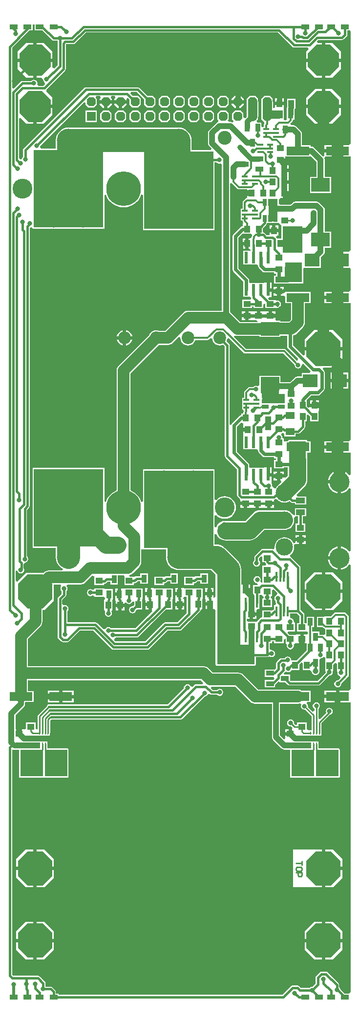
<source format=gtl>
G04*
G04 #@! TF.GenerationSoftware,Altium Limited,Altium Designer,18.0.11 (651)*
G04*
G04 Layer_Physical_Order=1*
G04 Layer_Color=255*
%FSLAX44Y44*%
%MOMM*%
G71*
G01*
G75*
%ADD13C,0.2540*%
%ADD19R,1.0160X1.2700*%
%ADD20R,0.9000X1.4000*%
%ADD21R,12.0000X13.5000*%
%ADD22R,1.2700X1.0160*%
%ADD23R,1.5240X1.0160*%
%ADD24R,1.4000X0.9000*%
%ADD25R,1.1000X2.4000*%
%ADD26R,1.5000X1.3000*%
%ADD27R,1.4000X0.8600*%
%ADD28R,0.6000X2.0000*%
%ADD29R,4.0000X1.5000*%
%ADD30R,0.4200X1.7800*%
%ADD31R,2.5000X2.3000*%
%ADD32R,1.2000X0.7000*%
%ADD33R,1.0500X0.3500*%
%ADD34R,3.2000X2.4000*%
%ADD35R,0.7000X1.2000*%
%ADD36R,1.6510X1.2700*%
%ADD69R,0.2800X0.5000*%
%ADD70R,1.6000X0.9000*%
%ADD71C,0.3500*%
%ADD72C,0.4000*%
%ADD73C,2.0000*%
%ADD74C,1.0000*%
%ADD75C,0.6000*%
%ADD76C,0.2800*%
%ADD77C,4.0000*%
%ADD78C,3.0000*%
%ADD79C,0.3000*%
%ADD80C,0.9000*%
%ADD81C,0.5000*%
%ADD82C,1.4000*%
%ADD83C,1.6000*%
%ADD84R,4.0000X1.6500*%
%ADD85R,3.4000X4.6000*%
%ADD86R,3.0000X3.5000*%
%ADD87R,1.6500X4.0000*%
%ADD88R,3.9750X4.6750*%
%ADD89R,3.9750X4.6750*%
%ADD90R,4.2750X1.0250*%
%ADD91R,4.2750X1.0000*%
%ADD92R,3.0000X3.7250*%
%ADD93R,0.7000X1.3000*%
%ADD94R,1.1000X4.3000*%
%ADD95R,1.1000X3.7500*%
%ADD96R,6.5500X3.4250*%
%ADD97R,3.0000X4.7500*%
%ADD98C,4.0000*%
%ADD99C,2.2000*%
%ADD100P,5.9532X8X292.5*%
%ADD101C,0.8000*%
%ADD102C,6.0000*%
%ADD103C,3.4500*%
%ADD104C,2.4000*%
%ADD105P,6.4944X8X292.5*%
%ADD106P,1.7318X8X292.5*%
%ADD107R,1.6000X1.6000*%
%ADD108C,3.0000*%
%ADD109C,3.5000*%
%ADD110C,1.0000*%
G36*
X546000Y56700D02*
X547000Y54114D01*
X547000Y-139030D01*
X544000Y-141960D01*
X527290D01*
Y-152000D01*
Y-162040D01*
X544000D01*
X546830Y-162040D01*
X547000Y-164970D01*
X547000Y-324192D01*
X544000Y-326960D01*
X534400D01*
Y-341000D01*
Y-355040D01*
X544000D01*
X546440Y-355040D01*
X547000Y-357808D01*
Y-393031D01*
X544000Y-395960D01*
X527290D01*
Y-406000D01*
Y-416040D01*
X544000D01*
X546830Y-416040D01*
X547000Y-418969D01*
X547000Y-652030D01*
X544000Y-654960D01*
X527290D01*
Y-665000D01*
Y-675040D01*
X544000D01*
X546830Y-675040D01*
X547000Y-677970D01*
Y-713006D01*
X545051Y-713859D01*
X544000Y-713916D01*
X541739Y-711161D01*
X538688Y-708657D01*
X535206Y-706796D01*
X531428Y-705650D01*
X530500Y-705558D01*
Y-725400D01*
Y-745241D01*
X531428Y-745150D01*
X535206Y-744004D01*
X538688Y-742143D01*
X541739Y-739639D01*
X544000Y-736884D01*
X545051Y-736941D01*
X547000Y-737794D01*
X547000Y-845106D01*
X545051Y-845959D01*
X544000Y-846016D01*
X541739Y-843261D01*
X538688Y-840757D01*
X535206Y-838896D01*
X531428Y-837750D01*
X530500Y-837658D01*
Y-857500D01*
Y-877342D01*
X531428Y-877250D01*
X535206Y-876104D01*
X538688Y-874243D01*
X541739Y-871739D01*
X544000Y-868984D01*
X545051Y-869041D01*
X547000Y-869894D01*
X547000Y-1084031D01*
X544000Y-1086960D01*
X527290D01*
Y-1097000D01*
Y-1107040D01*
X544000D01*
X546830Y-1107040D01*
X547000Y-1109969D01*
X547000Y-1609114D01*
X544000Y-1611700D01*
X536468D01*
X528956Y-1604188D01*
X528652Y-1602659D01*
X527326Y-1600674D01*
X527078Y-1600509D01*
Y-1597000D01*
X527078Y-1597000D01*
X526768Y-1595439D01*
X525884Y-1594116D01*
X525884Y-1594116D01*
X506884Y-1575116D01*
X505561Y-1574232D01*
X504000Y-1573922D01*
X504000Y-1573922D01*
X496272D01*
X496272Y-1573922D01*
X494711Y-1574232D01*
X493388Y-1575116D01*
X493388Y-1575116D01*
X487116Y-1581388D01*
X486232Y-1582711D01*
X485922Y-1584272D01*
X485922Y-1584272D01*
Y-1594311D01*
X480292Y-1599940D01*
X480000Y-1599882D01*
X477659Y-1600348D01*
X475674Y-1601674D01*
X475509Y-1601922D01*
X460689D01*
X457884Y-1599116D01*
X456561Y-1598232D01*
X455000Y-1597922D01*
X455000Y-1597922D01*
X446000D01*
X446000Y-1597922D01*
X444439Y-1598232D01*
X443116Y-1599116D01*
X443116Y-1599116D01*
X428311Y-1613922D01*
X41000D01*
Y-1611700D01*
X36078D01*
Y-1609000D01*
X35768Y-1607439D01*
X34884Y-1606116D01*
X34884Y-1606116D01*
X29884Y-1601116D01*
X28561Y-1600232D01*
X27000Y-1599922D01*
X27000Y-1599922D01*
X18491D01*
X18326Y-1599674D01*
X18078Y-1599509D01*
Y-1594000D01*
X17768Y-1592439D01*
X16884Y-1591116D01*
X16884Y-1591116D01*
X7884Y-1582116D01*
X6561Y-1581232D01*
X5000Y-1580922D01*
X5000Y-1580922D01*
X-38311D01*
X-39922Y-1579311D01*
X-39922Y-1190699D01*
X-39672Y-1190263D01*
X-39248Y-1189878D01*
X-38687Y-1189544D01*
X-35850Y-1189150D01*
D01*
X-34617Y-1189232D01*
X-33750Y-1189289D01*
X-32908Y-1189289D01*
X-28039D01*
Y-1236000D01*
X-27884Y-1236780D01*
X-27442Y-1237442D01*
X-26780Y-1237884D01*
X-26000Y-1238039D01*
X13750D01*
X14530Y-1237884D01*
X15000Y-1237570D01*
X15470Y-1237884D01*
X16250Y-1238039D01*
X56000D01*
X56780Y-1237884D01*
X57442Y-1237442D01*
X57884Y-1236780D01*
X58039Y-1236000D01*
Y-1189250D01*
X57884Y-1188470D01*
X57442Y-1187808D01*
X56780Y-1187366D01*
X56000Y-1187211D01*
X27235D01*
X26440Y-1184540D01*
X26440D01*
Y-1182500D01*
X22500D01*
Y-1176500D01*
X26440D01*
Y-1174460D01*
X25540D01*
Y-1173000D01*
X15000D01*
Y-1167000D01*
X25540D01*
Y-1165000D01*
X25900D01*
Y-1160835D01*
X25967Y-1160500D01*
Y-1139217D01*
X27955Y-1137078D01*
X251000Y-1137078D01*
X252000D01*
X252000Y-1137078D01*
X253561Y-1136768D01*
X254884Y-1135884D01*
X293708Y-1097059D01*
X294000Y-1097117D01*
X296341Y-1096652D01*
X298326Y-1095326D01*
X299414Y-1093697D01*
X300514Y-1093207D01*
X302809Y-1092848D01*
X302844Y-1092884D01*
X302844Y-1092884D01*
X304167Y-1093768D01*
X305728Y-1094078D01*
X315509D01*
X315674Y-1094326D01*
X317659Y-1095652D01*
X320000Y-1096117D01*
X322341Y-1095652D01*
X324326Y-1094326D01*
X325652Y-1092341D01*
X326118Y-1090000D01*
X325652Y-1087659D01*
X324326Y-1085674D01*
X322341Y-1084348D01*
X320000Y-1083883D01*
X317659Y-1084348D01*
X315674Y-1085674D01*
X315509Y-1085922D01*
X307417D01*
X304599Y-1083103D01*
X305842Y-1080104D01*
X346987D01*
X372942Y-1106059D01*
X375448Y-1107982D01*
X378367Y-1109191D01*
X381500Y-1109604D01*
X410440D01*
Y-1167500D01*
X410680Y-1169327D01*
X411385Y-1171030D01*
X412508Y-1172492D01*
X427168Y-1187152D01*
X428630Y-1188275D01*
X430333Y-1188980D01*
X432160Y-1189220D01*
X434150D01*
Y-1189240D01*
X436003D01*
X436250Y-1189289D01*
X441961D01*
Y-1236000D01*
X442116Y-1236780D01*
X442558Y-1237442D01*
X443220Y-1237884D01*
X444000Y-1238039D01*
X483750D01*
X484530Y-1237884D01*
X485000Y-1237570D01*
X485470Y-1237884D01*
X486250Y-1238039D01*
X526000D01*
X526780Y-1237884D01*
X527442Y-1237442D01*
X527884Y-1236780D01*
X528039Y-1236000D01*
Y-1189250D01*
X527884Y-1188470D01*
X527442Y-1187808D01*
X526780Y-1187366D01*
X526000Y-1187211D01*
X497235D01*
X496440Y-1184540D01*
X496440D01*
Y-1182500D01*
X492500D01*
Y-1176500D01*
X496440D01*
Y-1174460D01*
X495540D01*
Y-1173000D01*
X485000D01*
Y-1167000D01*
X495540D01*
Y-1165000D01*
X495900D01*
Y-1160835D01*
X495967Y-1160500D01*
Y-1143936D01*
X510980Y-1128923D01*
X512341Y-1128652D01*
X514326Y-1127326D01*
X515652Y-1125341D01*
X516118Y-1123000D01*
X515652Y-1120659D01*
X514326Y-1118674D01*
X512341Y-1117348D01*
X510000Y-1116882D01*
X507659Y-1117348D01*
X505674Y-1118674D01*
X504348Y-1120659D01*
X503882Y-1123000D01*
X504348Y-1125341D01*
X504512Y-1125586D01*
X493738Y-1136359D01*
X490967Y-1135211D01*
Y-1118150D01*
X491826Y-1117576D01*
X493152Y-1115591D01*
X493618Y-1113250D01*
X493152Y-1110909D01*
X491826Y-1108924D01*
X489841Y-1107598D01*
X487500Y-1107132D01*
X485159Y-1107598D01*
X483174Y-1108924D01*
X481848Y-1110909D01*
X481382Y-1113250D01*
X481848Y-1115591D01*
X483174Y-1117576D01*
X484033Y-1118150D01*
Y-1122211D01*
X481262Y-1123359D01*
X472916Y-1115014D01*
X473117Y-1114000D01*
X472652Y-1111659D01*
X471326Y-1109674D01*
X471065Y-1109500D01*
X471975Y-1106500D01*
X477710D01*
Y-1087500D01*
X462390D01*
X461762Y-1087018D01*
X458843Y-1085809D01*
X455710Y-1085396D01*
X386513D01*
X360559Y-1059442D01*
X358052Y-1057518D01*
X355133Y-1056309D01*
X352000Y-1055896D01*
X308540D01*
X301085Y-1048441D01*
X298579Y-1046518D01*
X295660Y-1045309D01*
X292527Y-1044896D01*
X-12186D01*
Y-997303D01*
X9158Y-975958D01*
X11082Y-973452D01*
X12291Y-970533D01*
X12704Y-967400D01*
Y-947000D01*
X16000D01*
X32000Y-931000D01*
Y-903104D01*
X44122D01*
X44900Y-904392D01*
X45387Y-906104D01*
X44348Y-907659D01*
X43882Y-910000D01*
X44348Y-912341D01*
X45674Y-914326D01*
X45922Y-914491D01*
Y-919311D01*
X40116Y-925116D01*
X39232Y-926439D01*
X38922Y-928000D01*
X38922Y-928000D01*
Y-994000D01*
X38922Y-994000D01*
X39232Y-995561D01*
X40116Y-996884D01*
X45116Y-1001884D01*
X45116Y-1001884D01*
X46439Y-1002768D01*
X48000Y-1003078D01*
X56000D01*
X56000Y-1003078D01*
X57561Y-1002768D01*
X58884Y-1001884D01*
X77689Y-983078D01*
X100512D01*
X132317Y-1014884D01*
X132317Y-1014884D01*
X133640Y-1015768D01*
X135201Y-1016078D01*
X135201Y-1016078D01*
X195000D01*
X195000Y-1016078D01*
X196561Y-1015768D01*
X197884Y-1014884D01*
X229689Y-983078D01*
X251000D01*
X251000Y-983078D01*
X252561Y-982768D01*
X253884Y-981884D01*
X285724Y-950044D01*
X285724Y-950044D01*
X286608Y-948721D01*
X286918Y-947160D01*
X289042Y-945350D01*
X289920D01*
Y-928650D01*
X290500Y-928000D01*
X290500D01*
Y-910000D01*
X277500D01*
Y-910000D01*
X275350Y-910080D01*
Y-910080D01*
X259783D01*
X257040Y-909460D01*
X255907Y-909460D01*
X253000D01*
Y-919000D01*
X250000D01*
Y-922000D01*
X242960D01*
Y-926350D01*
X242960Y-928540D01*
X243540Y-931300D01*
Y-935000D01*
X258780D01*
Y-930819D01*
X258780Y-929110D01*
X257040Y-926831D01*
Y-926573D01*
X258650Y-924240D01*
X259922Y-924240D01*
X262922Y-924526D01*
Y-952311D01*
X246311Y-968922D01*
X225515D01*
X223954Y-969232D01*
X222631Y-970116D01*
X222631Y-970116D01*
X190825Y-1001922D01*
X139376D01*
X137194Y-999740D01*
X137244Y-998695D01*
X137945Y-996248D01*
X139326Y-995326D01*
X139491Y-995078D01*
X176160D01*
X176160Y-995078D01*
X177721Y-994768D01*
X179044Y-993884D01*
X226578Y-946350D01*
X237920D01*
Y-929650D01*
X237920Y-929650D01*
X238500Y-928000D01*
X238500D01*
X238500Y-926890D01*
Y-910000D01*
X225500D01*
Y-910000D01*
X223350Y-910080D01*
Y-910080D01*
X207783D01*
X205040Y-909460D01*
X203907Y-909460D01*
X201000D01*
Y-919000D01*
X198000D01*
Y-922000D01*
X190960D01*
Y-926350D01*
X190960Y-928540D01*
X191540Y-931300D01*
Y-935000D01*
X199160D01*
Y-938000D01*
X202160D01*
Y-947041D01*
X203245Y-949662D01*
X173987Y-978920D01*
X131491D01*
X131326Y-978672D01*
X129341Y-977346D01*
X127000Y-976880D01*
X124659Y-977346D01*
X122674Y-978672D01*
X121751Y-980054D01*
X119306Y-980755D01*
X118259Y-980806D01*
X107570Y-970116D01*
X106247Y-969232D01*
X104686Y-968922D01*
X104686Y-968922D01*
X56078D01*
Y-949491D01*
X56326Y-949326D01*
X57652Y-947341D01*
X58117Y-945000D01*
X57652Y-942659D01*
X56326Y-940674D01*
X54341Y-939348D01*
X52000Y-938883D01*
X50078Y-939265D01*
X48954Y-938834D01*
X47078Y-937464D01*
Y-929689D01*
X52884Y-923884D01*
X52884Y-923884D01*
X53768Y-922561D01*
X54078Y-921000D01*
X54078Y-921000D01*
Y-914491D01*
X54326Y-914326D01*
X55652Y-912341D01*
X56118Y-910000D01*
X55652Y-907659D01*
X54613Y-906104D01*
X55100Y-904392D01*
X55878Y-903104D01*
X79000D01*
X82133Y-902691D01*
X85052Y-901482D01*
X87558Y-899558D01*
X98996Y-888121D01*
X102333Y-888746D01*
X102650Y-889760D01*
X102650D01*
Y-903920D01*
X119350D01*
X120160Y-901918D01*
X121721Y-901608D01*
X123044Y-900724D01*
X125689Y-898078D01*
X130500D01*
Y-903000D01*
X143500D01*
Y-887104D01*
X153821D01*
X154650Y-889760D01*
X154650Y-890104D01*
Y-903920D01*
X171350D01*
Y-903711D01*
X172160Y-900918D01*
X173721Y-900608D01*
X175044Y-899724D01*
X177689Y-897078D01*
X182500D01*
Y-902000D01*
X195500D01*
Y-884000D01*
X182500D01*
Y-888922D01*
X176000D01*
X174439Y-889232D01*
X174198Y-889393D01*
X171350Y-889760D01*
Y-889760D01*
X163806D01*
X163610Y-886760D01*
X164133Y-886691D01*
X167052Y-885482D01*
X169559Y-883559D01*
X180558Y-872559D01*
X182482Y-870052D01*
X183691Y-867133D01*
X184104Y-864000D01*
Y-842450D01*
X187000Y-842200D01*
X187104Y-842200D01*
X226894D01*
Y-856000D01*
X227318Y-860313D01*
X228576Y-864460D01*
X230619Y-868282D01*
X233368Y-871632D01*
X236718Y-874381D01*
X240540Y-876424D01*
X244687Y-877682D01*
X249000Y-878106D01*
X304843D01*
X312894Y-886157D01*
Y-923950D01*
X309893Y-925958D01*
X309040Y-925605D01*
Y-922000D01*
X294960D01*
Y-928540D01*
X295540D01*
Y-934000D01*
X303160D01*
Y-937000D01*
X306160D01*
Y-945890D01*
X309893D01*
X310780Y-945890D01*
X312894Y-948015D01*
Y-1021000D01*
X312961Y-1021683D01*
Y-1041750D01*
X313116Y-1042530D01*
X313558Y-1043192D01*
X314220Y-1043634D01*
X315000Y-1043789D01*
X380500D01*
X381280Y-1043634D01*
X381942Y-1043192D01*
X382384Y-1042530D01*
X382539Y-1041750D01*
Y-1029078D01*
X402500D01*
X402500Y-1029078D01*
X404061Y-1028768D01*
X405384Y-1027884D01*
X405836Y-1027432D01*
X407658Y-1028650D01*
X409999Y-1029116D01*
X412340Y-1028650D01*
X414325Y-1027324D01*
X415651Y-1025339D01*
X416117Y-1022998D01*
X415651Y-1020657D01*
X414325Y-1018672D01*
X412340Y-1017346D01*
X409999Y-1016880D01*
X409578Y-1016964D01*
X406578Y-1014734D01*
Y-1004740D01*
X410850D01*
Y-1001738D01*
X414150D01*
Y-1004740D01*
X430850D01*
Y-998981D01*
X433850Y-997377D01*
X434150Y-997578D01*
Y-1004740D01*
X434856D01*
X435637Y-1005688D01*
X436733Y-1007740D01*
X436382Y-1009500D01*
X436848Y-1011841D01*
X438174Y-1013826D01*
X440159Y-1015152D01*
X442500Y-1015618D01*
X444841Y-1015152D01*
X446826Y-1013826D01*
X448152Y-1011841D01*
X448618Y-1009500D01*
X448268Y-1007740D01*
X448735Y-1006864D01*
X450850Y-1004740D01*
X453610Y-1005280D01*
Y-1005280D01*
X459500D01*
Y-997660D01*
Y-990040D01*
X453610D01*
Y-990040D01*
X450850Y-990580D01*
Y-990580D01*
X441188D01*
X437799Y-987192D01*
X438947Y-984420D01*
X450850D01*
Y-970260D01*
X450850D01*
X448617Y-967498D01*
X448151Y-965157D01*
X446825Y-963172D01*
X444840Y-961846D01*
X444487Y-961776D01*
X442436Y-961095D01*
X441850Y-958451D01*
Y-953078D01*
X454311D01*
X458422Y-957189D01*
Y-970260D01*
X454150D01*
Y-984420D01*
X470850D01*
Y-984420D01*
X472739Y-985160D01*
X473065Y-987734D01*
X470979Y-990040D01*
X465500D01*
Y-997660D01*
Y-1005280D01*
X468920D01*
X470500Y-1005280D01*
X470500Y-1006631D01*
Y-1017572D01*
X453422Y-1034650D01*
X444652D01*
X444117Y-1033998D01*
X443651Y-1031657D01*
X442325Y-1029672D01*
X440340Y-1028346D01*
X437999Y-1027880D01*
X435658Y-1028346D01*
X433673Y-1029672D01*
X432840Y-1030920D01*
X426685D01*
X425125Y-1031230D01*
X423802Y-1032114D01*
X423801Y-1032114D01*
X419115Y-1036800D01*
X418231Y-1038123D01*
X417921Y-1039684D01*
X417921Y-1039684D01*
Y-1048309D01*
X415729Y-1050500D01*
X398000D01*
Y-1063500D01*
X413490D01*
X414732Y-1066500D01*
X412732Y-1068500D01*
X398000D01*
Y-1081500D01*
X416000D01*
Y-1076768D01*
X421361Y-1071407D01*
X424000Y-1072500D01*
Y-1072500D01*
X433732D01*
X438116Y-1076884D01*
X439439Y-1077768D01*
X441000Y-1078078D01*
X491000D01*
X491000Y-1078078D01*
X492561Y-1077768D01*
X493884Y-1076884D01*
X509548Y-1061219D01*
X509840Y-1061277D01*
X512181Y-1060812D01*
X514166Y-1059486D01*
X515492Y-1057501D01*
X515957Y-1055160D01*
X516920Y-1052350D01*
X516920D01*
Y-1042327D01*
X520080Y-1039167D01*
X523080Y-1040410D01*
Y-1052350D01*
X523080D01*
X524012Y-1055350D01*
X523882Y-1056000D01*
X524348Y-1058341D01*
X525674Y-1060326D01*
X527659Y-1061652D01*
X528317Y-1061783D01*
X529305Y-1065038D01*
X525134Y-1069209D01*
X524750Y-1069133D01*
X522409Y-1069598D01*
X520424Y-1070924D01*
X519098Y-1072909D01*
X518633Y-1075250D01*
X519098Y-1077591D01*
X520424Y-1079576D01*
X522409Y-1080902D01*
X524750Y-1081367D01*
X527091Y-1080902D01*
X529076Y-1079576D01*
X530402Y-1077591D01*
X530868Y-1075250D01*
X530708Y-1074449D01*
X542454Y-1062704D01*
X543282Y-1061463D01*
X543573Y-1060000D01*
Y-959250D01*
X543282Y-957787D01*
X542454Y-956546D01*
X538703Y-952796D01*
X537463Y-951968D01*
X536000Y-951677D01*
X521090D01*
X519627Y-951968D01*
X518386Y-952796D01*
X512783Y-958400D01*
X502760D01*
Y-958400D01*
X500009Y-959000D01*
X488500D01*
Y-977000D01*
X498663D01*
X500787Y-979123D01*
X501945Y-979897D01*
X502760Y-980059D01*
Y-989625D01*
X499760Y-990773D01*
X499303Y-990468D01*
X497840Y-990177D01*
X492500D01*
Y-985000D01*
X480569D01*
Y-977000D01*
X483500D01*
Y-959000D01*
X470500D01*
Y-970260D01*
X466578D01*
Y-955500D01*
X466268Y-953939D01*
X465384Y-952616D01*
X465384Y-952616D01*
X460078Y-947311D01*
Y-874000D01*
X459768Y-872439D01*
X458884Y-871116D01*
X458884Y-871116D01*
X443884Y-856116D01*
X442858Y-855431D01*
X442493Y-854563D01*
X442317Y-853551D01*
X442331Y-852128D01*
X444279Y-850529D01*
X446403Y-847940D01*
X447982Y-844987D01*
X448954Y-841783D01*
X449282Y-838450D01*
X448966Y-835241D01*
X448954Y-835117D01*
X448954Y-835114D01*
X448954Y-835114D01*
X448954Y-835117D01*
X448960Y-835175D01*
X448954Y-835114D01*
X448946Y-834146D01*
X451499Y-832780D01*
X453741Y-832780D01*
X457000D01*
Y-828160D01*
X451110D01*
Y-829892D01*
X451110Y-830014D01*
X451110Y-830014D01*
X451110Y-830797D01*
X448153Y-831994D01*
X447982Y-831913D01*
X447617Y-831230D01*
X446403Y-828960D01*
X444279Y-826371D01*
X441690Y-824247D01*
X438737Y-822668D01*
X435533Y-821696D01*
X432200Y-821368D01*
X428867Y-821696D01*
X425663Y-822668D01*
X422710Y-824247D01*
X420121Y-826371D01*
X417997Y-828960D01*
X416418Y-831913D01*
X415446Y-835117D01*
X415118Y-838450D01*
X415316Y-840465D01*
X412561Y-842232D01*
X411000Y-841922D01*
X411000Y-841922D01*
X394000D01*
X392439Y-842232D01*
X391116Y-843116D01*
X391116Y-843116D01*
X381116Y-853116D01*
X380232Y-854439D01*
X379922Y-856000D01*
X379922Y-856000D01*
Y-861509D01*
X379674Y-861674D01*
X378348Y-863659D01*
X377882Y-866000D01*
X378348Y-868341D01*
X379674Y-870326D01*
X381659Y-871652D01*
X384000Y-872117D01*
X386341Y-871652D01*
X388326Y-870326D01*
X389652Y-868341D01*
X390117Y-866000D01*
X389652Y-863659D01*
X388326Y-861674D01*
X388078Y-861509D01*
Y-857689D01*
X391378Y-854389D01*
X394150Y-855537D01*
Y-864420D01*
X398605D01*
X398732Y-865061D01*
X399616Y-866384D01*
X400812Y-867580D01*
X399570Y-870580D01*
X394150D01*
Y-884740D01*
X394150D01*
Y-887600D01*
X394150D01*
Y-899981D01*
X392175Y-900394D01*
X390343Y-897803D01*
X390652Y-897341D01*
X391118Y-895000D01*
X390652Y-892659D01*
X389326Y-890674D01*
X387341Y-889348D01*
X385000Y-888882D01*
X382659Y-889348D01*
X380674Y-890674D01*
X379348Y-892659D01*
X378882Y-895000D01*
X379348Y-897341D01*
X380674Y-899326D01*
X382659Y-900652D01*
X384276Y-900974D01*
X384666Y-901260D01*
X385465Y-902567D01*
X385922Y-903993D01*
X385786Y-904150D01*
X378080D01*
Y-920850D01*
X378080D01*
X377380Y-923560D01*
X374464D01*
X372460Y-921390D01*
X372460Y-920560D01*
Y-915500D01*
X364840D01*
Y-912500D01*
X361840D01*
Y-903610D01*
X360106D01*
X357220Y-903610D01*
X357106Y-900657D01*
Y-877000D01*
X357106Y-877000D01*
X356682Y-872687D01*
X355424Y-868540D01*
X353381Y-864718D01*
X350632Y-861368D01*
X350631Y-861368D01*
X329632Y-840368D01*
X326282Y-837619D01*
X322460Y-835576D01*
X318313Y-834318D01*
X314000Y-833894D01*
X311000D01*
Y-816263D01*
X314000Y-815818D01*
X314218Y-816537D01*
X315797Y-819490D01*
X317921Y-822079D01*
X320510Y-824203D01*
X323463Y-825782D01*
X326667Y-826754D01*
X330000Y-827082D01*
X371450D01*
X374783Y-826754D01*
X377987Y-825782D01*
X380940Y-824203D01*
X383529Y-822079D01*
X397076Y-808532D01*
X432200D01*
X435533Y-808204D01*
X438737Y-807232D01*
X441690Y-805653D01*
X444279Y-803529D01*
X446403Y-800940D01*
X447982Y-797987D01*
X448954Y-794783D01*
X449282Y-791450D01*
X449026Y-788848D01*
X449958Y-786234D01*
X449958Y-786234D01*
X449958Y-786234D01*
D01*
X451168Y-785080D01*
X452276Y-785080D01*
X452533Y-785080D01*
X455922D01*
Y-797760D01*
X451650D01*
Y-811920D01*
X468350D01*
Y-797760D01*
X464078D01*
Y-785080D01*
X469620D01*
Y-770920D01*
X450380D01*
Y-782406D01*
X450380Y-782413D01*
X450380Y-782413D01*
X450380Y-783035D01*
X448461Y-783516D01*
X446205Y-781718D01*
X444279Y-779371D01*
X441690Y-777247D01*
X438737Y-775668D01*
X435533Y-774696D01*
X432200Y-774368D01*
X390000D01*
X386667Y-774696D01*
X383463Y-775668D01*
X380510Y-777247D01*
X377921Y-779371D01*
X364374Y-792918D01*
X330000D01*
X328781Y-793038D01*
X328000Y-792883D01*
X325659Y-793348D01*
X325100Y-793721D01*
X323463Y-794218D01*
X320510Y-795797D01*
X317921Y-797921D01*
X315797Y-800510D01*
X314218Y-803463D01*
X314000Y-804182D01*
X311000Y-803737D01*
Y-783982D01*
X314000Y-782909D01*
X314695Y-783755D01*
X317664Y-786192D01*
X321052Y-788003D01*
X324727Y-789118D01*
X328550Y-789494D01*
X332373Y-789118D01*
X336049Y-788003D01*
X339436Y-786192D01*
X342405Y-783755D01*
X344842Y-780786D01*
X346653Y-777398D01*
X347768Y-773723D01*
X348144Y-769900D01*
X347768Y-766077D01*
X346653Y-762402D01*
X344842Y-759014D01*
X342405Y-756045D01*
X339436Y-753608D01*
X336049Y-751797D01*
X332373Y-750682D01*
X328550Y-750306D01*
X324727Y-750682D01*
X321052Y-751797D01*
X317664Y-753608D01*
X314695Y-756045D01*
X314000Y-756891D01*
X311000Y-755818D01*
Y-703200D01*
X275481D01*
X274400Y-703093D01*
X273319Y-703200D01*
X224681D01*
X223600Y-703093D01*
X222519Y-703200D01*
X187000D01*
Y-759510D01*
X184028Y-759981D01*
X182100Y-755327D01*
X179469Y-751033D01*
X176197Y-747203D01*
X172367Y-743931D01*
X168073Y-741300D01*
X165604Y-740277D01*
Y-537512D01*
X215013Y-488103D01*
X230001D01*
X233133Y-487690D01*
X236053Y-486481D01*
X238559Y-484558D01*
X249126Y-473991D01*
X251968Y-475392D01*
X251888Y-476000D01*
X252335Y-479394D01*
X253645Y-482556D01*
X255728Y-485272D01*
X258444Y-487355D01*
X261606Y-488665D01*
X265000Y-489112D01*
X268394Y-488665D01*
X271556Y-487355D01*
X274272Y-485272D01*
X276355Y-482556D01*
X277487Y-479823D01*
X299139D01*
X300602Y-479532D01*
X301842Y-478704D01*
X303941Y-476605D01*
X307108Y-477680D01*
X307334Y-479393D01*
X308644Y-482555D01*
X310728Y-485271D01*
X313443Y-487355D01*
X316605Y-488665D01*
X319999Y-489111D01*
X323393Y-488665D01*
X325871Y-487638D01*
X328922Y-490689D01*
Y-681000D01*
X328922Y-681000D01*
X329232Y-682561D01*
X330116Y-683884D01*
X349922Y-703689D01*
Y-748427D01*
X349922Y-748427D01*
X350232Y-749988D01*
X351116Y-751311D01*
X354939Y-755134D01*
X356110Y-755916D01*
Y-759660D01*
X365000D01*
Y-762660D01*
X368000D01*
Y-770280D01*
X373890D01*
Y-770280D01*
X376110D01*
Y-770280D01*
X382000D01*
Y-762660D01*
X388000D01*
Y-770280D01*
X393890D01*
Y-770280D01*
X396110D01*
Y-770280D01*
X402000D01*
Y-762660D01*
X405000D01*
Y-759660D01*
X413890D01*
Y-756301D01*
X415311Y-756018D01*
X416634Y-755134D01*
X419833Y-756178D01*
X420121Y-756529D01*
X422710Y-758653D01*
X425663Y-760232D01*
X428867Y-761204D01*
X432200Y-761532D01*
X435533Y-761204D01*
X438737Y-760232D01*
X441003Y-759021D01*
X442546Y-760564D01*
X442546Y-760564D01*
X443869Y-761448D01*
X445430Y-761758D01*
X445430Y-761758D01*
X450380D01*
Y-764760D01*
X469620D01*
Y-750600D01*
X454451D01*
X453208Y-747600D01*
X467079Y-733729D01*
X469203Y-731140D01*
X470782Y-728187D01*
X471754Y-724983D01*
X472082Y-721650D01*
Y-687500D01*
X472039Y-687063D01*
Y-674500D01*
X477710D01*
Y-655500D01*
X472039D01*
Y-655000D01*
X471884Y-654220D01*
X471442Y-653558D01*
X470780Y-653116D01*
X470000Y-652961D01*
X440000D01*
X439220Y-653116D01*
X438558Y-653558D01*
X438116Y-654220D01*
X437961Y-655000D01*
Y-655500D01*
X433710D01*
Y-655500D01*
X430850Y-655162D01*
Y-650260D01*
X430062D01*
X428618Y-648500D01*
X428152Y-646159D01*
X426870Y-644240D01*
X426947Y-643822D01*
X427834Y-641240D01*
X431350D01*
X432280Y-643855D01*
Y-646470D01*
X451280D01*
Y-642048D01*
X456030D01*
X456030Y-642048D01*
X457591Y-641738D01*
X458914Y-640854D01*
X466884Y-632884D01*
X466884Y-632884D01*
X467768Y-631561D01*
X468078Y-630000D01*
X467918Y-629195D01*
Y-620350D01*
X470920D01*
Y-609767D01*
X473692Y-608619D01*
X477080Y-612008D01*
Y-620350D01*
X491240D01*
Y-604666D01*
X491780Y-601890D01*
X491780Y-601890D01*
X491780Y-601890D01*
Y-596000D01*
X484160D01*
X476540D01*
Y-596013D01*
X473768Y-597161D01*
X470920Y-594312D01*
Y-584650D01*
X470920D01*
X470522Y-583688D01*
X478112Y-576098D01*
X490000D01*
X491951Y-575710D01*
X493605Y-574605D01*
X500605Y-567605D01*
X501710Y-565951D01*
X502098Y-564000D01*
Y-536000D01*
X501710Y-534049D01*
X500605Y-532395D01*
X498521Y-530312D01*
X499669Y-527540D01*
X516270D01*
X532540Y-511270D01*
Y-498000D01*
X500000D01*
X467460D01*
Y-505331D01*
X464688Y-506479D01*
X447098Y-488888D01*
Y-471827D01*
X448133Y-471691D01*
X451052Y-470482D01*
X453559Y-468559D01*
X464268Y-457849D01*
X466192Y-455342D01*
X467401Y-452423D01*
X467814Y-449290D01*
Y-415500D01*
X477710D01*
Y-396500D01*
X434390D01*
X433710Y-396500D01*
X431390Y-394858D01*
Y-387700D01*
X425500D01*
Y-395320D01*
X422500D01*
D01*
X425500D01*
Y-402940D01*
X430710D01*
X431390Y-402940D01*
X433710Y-404582D01*
Y-415500D01*
X443606D01*
Y-444277D01*
X439986Y-447896D01*
X425000D01*
Y-446500D01*
X418885D01*
X416390Y-445280D01*
X416390Y-443500D01*
Y-440660D01*
X407500D01*
Y-437660D01*
X404500D01*
Y-430040D01*
X399164D01*
X396230Y-429880D01*
X395676Y-429880D01*
X390340D01*
Y-437500D01*
X384340D01*
Y-429880D01*
X379390D01*
X376390Y-429880D01*
X375450Y-429880D01*
X370500D01*
Y-437500D01*
Y-445120D01*
X375450D01*
X378450Y-445120D01*
X379390Y-445120D01*
X384028D01*
X386338Y-448120D01*
X386265Y-448396D01*
X355513D01*
X339558Y-432441D01*
X338060Y-431292D01*
Y-208399D01*
X338489Y-208232D01*
X341060Y-207900D01*
X341477Y-208523D01*
X350477Y-217523D01*
X351634Y-218297D01*
X353000Y-218569D01*
X367220D01*
Y-222000D01*
X374840D01*
Y-228000D01*
X367220D01*
Y-233732D01*
X366037Y-233968D01*
X364796Y-234796D01*
X361046Y-238546D01*
X360218Y-239787D01*
X359927Y-241250D01*
Y-252250D01*
X356500D01*
Y-259750D01*
Y-266250D01*
Y-272750D01*
X359927D01*
Y-273750D01*
X360218Y-275213D01*
X360844Y-276150D01*
X360260Y-279150D01*
X360260D01*
Y-282402D01*
X360000D01*
X358049Y-282790D01*
X356395Y-283895D01*
X343895Y-296395D01*
X342790Y-298049D01*
X342402Y-300000D01*
Y-357500D01*
X342790Y-359451D01*
X343895Y-361105D01*
X360852Y-378062D01*
Y-392940D01*
X360950Y-393433D01*
Y-404940D01*
X370650D01*
X370950Y-404940D01*
X372929D01*
X374643Y-407529D01*
X374538Y-407912D01*
X373996Y-408763D01*
X372870Y-410100D01*
X359150D01*
Y-424260D01*
X375850D01*
Y-421258D01*
X378990D01*
Y-424260D01*
X395690D01*
Y-418327D01*
X398690Y-416724D01*
X399150Y-417031D01*
Y-424420D01*
X415850D01*
Y-424420D01*
X418850Y-423848D01*
X420000Y-424077D01*
X421561Y-423766D01*
X422884Y-422882D01*
X422996Y-422714D01*
X424326Y-421826D01*
X425652Y-419841D01*
X426118Y-417500D01*
X425652Y-415159D01*
X424326Y-413174D01*
X422341Y-411848D01*
X420000Y-411382D01*
X418850Y-411611D01*
X415850Y-410260D01*
Y-410260D01*
X406188D01*
X404179Y-408252D01*
X405327Y-405480D01*
X409590D01*
Y-395940D01*
X404050D01*
Y-392940D01*
X401050D01*
Y-380400D01*
X398510D01*
X398510Y-380400D01*
X398510Y-380400D01*
X395734Y-380940D01*
X386350D01*
Y-380940D01*
X383650D01*
Y-380940D01*
X374048D01*
X373650Y-380940D01*
X371048Y-379979D01*
Y-375950D01*
X370660Y-373999D01*
X369555Y-372345D01*
X352598Y-355388D01*
Y-302112D01*
X359270Y-295440D01*
X360260Y-295850D01*
Y-295850D01*
X374140D01*
X376063Y-298169D01*
X375696Y-298536D01*
X374812Y-299859D01*
X374502Y-301420D01*
X372631Y-303610D01*
X370340D01*
Y-312500D01*
Y-321390D01*
X371648D01*
X373856Y-324390D01*
X373650Y-325060D01*
X370950D01*
X370650Y-325060D01*
X360950D01*
Y-349060D01*
X370650D01*
X370950Y-349060D01*
X373650D01*
X373950Y-349060D01*
X383252D01*
X383650Y-349060D01*
X386252Y-350021D01*
Y-351350D01*
X386640Y-353301D01*
X387745Y-354955D01*
X394055Y-361265D01*
X395709Y-362370D01*
X397660Y-362758D01*
X414150D01*
Y-364740D01*
X417402D01*
Y-367920D01*
X414150D01*
Y-382080D01*
X430850D01*
Y-382060D01*
X438000D01*
X438161Y-382039D01*
X463000D01*
X463780Y-381884D01*
X464442Y-381442D01*
X464884Y-380780D01*
X465039Y-380000D01*
Y-357061D01*
X466100Y-354500D01*
X468039Y-354500D01*
X495100D01*
Y-336485D01*
X499992Y-331592D01*
X501115Y-330130D01*
X501820Y-328427D01*
X502060Y-326600D01*
Y-320000D01*
X513000D01*
Y-292000D01*
X502060D01*
Y-254000D01*
X501820Y-252173D01*
X501115Y-250470D01*
X499992Y-249008D01*
X492992Y-242008D01*
X491530Y-240886D01*
X489827Y-240180D01*
X488000Y-239940D01*
X451000D01*
X449173Y-240180D01*
X447470Y-240886D01*
X446008Y-242008D01*
X443529Y-244486D01*
X440850Y-245260D01*
Y-245260D01*
X424150D01*
X422539Y-242927D01*
Y-236061D01*
X424119Y-234347D01*
X425223Y-233890D01*
X429160D01*
Y-225000D01*
X432160D01*
Y-222000D01*
X439780D01*
Y-216110D01*
X439780D01*
Y-214890D01*
X439780D01*
Y-209000D01*
X432160D01*
Y-203000D01*
X439780D01*
Y-197890D01*
X439780Y-197110D01*
Y-194890D01*
X439780Y-194110D01*
Y-189000D01*
X432160D01*
Y-183000D01*
X439780D01*
Y-177110D01*
X436273D01*
X433890Y-175620D01*
X433890Y-174110D01*
Y-171000D01*
X425000D01*
Y-165000D01*
X433890D01*
Y-163305D01*
X433890Y-161500D01*
X436246Y-161500D01*
X477710D01*
X477710Y-161500D01*
Y-161500D01*
X480031Y-163016D01*
X487940Y-170924D01*
Y-180000D01*
Y-190000D01*
Y-197000D01*
X477000D01*
Y-225000D01*
X513000D01*
Y-197000D01*
X502060D01*
Y-190000D01*
Y-180000D01*
Y-168000D01*
X501820Y-166173D01*
X501268Y-164840D01*
X501950Y-163410D01*
X503031Y-162040D01*
X521290D01*
Y-155000D01*
X501750D01*
Y-160522D01*
X498750Y-161765D01*
X483993Y-147008D01*
X482530Y-145885D01*
X480827Y-145180D01*
X479000Y-144940D01*
X477710D01*
Y-142500D01*
X462770D01*
Y-122710D01*
X462530Y-120883D01*
X461824Y-119180D01*
X460703Y-117718D01*
X452992Y-110008D01*
X451530Y-108885D01*
X449827Y-108180D01*
X448000Y-107940D01*
X443548D01*
X442467Y-104940D01*
X445704Y-101704D01*
X446532Y-100463D01*
X446823Y-99000D01*
Y-98000D01*
X449500D01*
Y-89426D01*
X449556Y-89000D01*
Y-80485D01*
X449838Y-80118D01*
X450493Y-78537D01*
X450517Y-78350D01*
X451240D01*
Y-61650D01*
X437080D01*
Y-75307D01*
X436667Y-76303D01*
X436444Y-78000D01*
Y-89000D01*
X436500Y-89426D01*
Y-97798D01*
X434000Y-99152D01*
X431500Y-97798D01*
Y-81873D01*
X431500Y-80001D01*
X431460Y-77017D01*
Y-73000D01*
X416220D01*
Y-76530D01*
X415436Y-77267D01*
X413220Y-78242D01*
X412086Y-77572D01*
Y-67000D01*
X412000Y-66345D01*
Y-62000D01*
X407000Y-57000D01*
X402655D01*
X402000Y-56914D01*
X401345Y-57000D01*
X397000D01*
X392000Y-62000D01*
Y-66345D01*
X391914Y-67000D01*
Y-89000D01*
X392000Y-89655D01*
Y-97400D01*
X397000Y-102400D01*
X397310Y-105400D01*
X396718Y-106287D01*
X396427Y-107750D01*
Y-110750D01*
X393000D01*
X392500Y-107957D01*
Y-103000D01*
X385243D01*
X384000Y-100000D01*
X386600Y-97400D01*
Y-93055D01*
X386686Y-92400D01*
Y-67000D01*
X386600Y-66345D01*
Y-62000D01*
X381600Y-57000D01*
X377255D01*
X376600Y-56914D01*
X375945Y-57000D01*
X371600D01*
X366600Y-62000D01*
Y-66345D01*
X366514Y-67000D01*
Y-92400D01*
X366600Y-93055D01*
Y-93128D01*
X364200Y-95528D01*
X361200Y-94346D01*
Y-87400D01*
X356200Y-82400D01*
X346200D01*
X341200Y-87400D01*
Y-97400D01*
X344287Y-100487D01*
X342530Y-102886D01*
X340827Y-102180D01*
X339000Y-101940D01*
X335180D01*
X334032Y-99168D01*
X335800Y-97400D01*
Y-87400D01*
X330800Y-82400D01*
X320800D01*
X315800Y-87400D01*
Y-97400D01*
X317510Y-99110D01*
X317354Y-100526D01*
X316582Y-102425D01*
X315470Y-102886D01*
X314008Y-104008D01*
X302008Y-116008D01*
X300886Y-117470D01*
X300180Y-119173D01*
X299940Y-121000D01*
Y-139000D01*
X300180Y-140827D01*
X300886Y-142530D01*
X302008Y-143992D01*
X305943Y-147928D01*
X304795Y-150700D01*
X271106D01*
Y-133800D01*
X270682Y-129487D01*
X269424Y-125340D01*
X267381Y-121518D01*
X264632Y-118168D01*
X261282Y-115419D01*
X257460Y-113376D01*
X253313Y-112118D01*
X249000Y-111694D01*
X58000D01*
X53687Y-112118D01*
X49540Y-113376D01*
X45718Y-115419D01*
X42368Y-118168D01*
X39619Y-121518D01*
X37576Y-125340D01*
X36318Y-129487D01*
X35894Y-133800D01*
Y-148200D01*
X10350D01*
X8669Y-145370D01*
X8680Y-145200D01*
X9118Y-143000D01*
X9060Y-142708D01*
X84428Y-67339D01*
X87200Y-68487D01*
Y-72000D01*
X92200Y-77000D01*
X102200D01*
X107200Y-72000D01*
Y-62000D01*
X105050Y-59850D01*
X106198Y-57078D01*
X112792D01*
X113940Y-59850D01*
X112060Y-61730D01*
Y-64000D01*
X122600D01*
X133140D01*
Y-61730D01*
X131260Y-59850D01*
X132408Y-57078D01*
X138192D01*
X139340Y-59850D01*
X137460Y-61730D01*
Y-64000D01*
X148000D01*
X158540D01*
Y-62150D01*
X160958Y-60326D01*
X163400Y-62768D01*
Y-72000D01*
X168400Y-77000D01*
X178400D01*
X183400Y-72000D01*
Y-62000D01*
X178400Y-57000D01*
X169168D01*
X165246Y-53078D01*
X166489Y-50078D01*
X176111D01*
X188800Y-62768D01*
Y-72000D01*
X193800Y-77000D01*
X203800D01*
X208800Y-72000D01*
Y-62000D01*
X203800Y-57000D01*
X194568D01*
X180684Y-43116D01*
X179361Y-42232D01*
X177800Y-41922D01*
X177800Y-41922D01*
X88000D01*
X86439Y-42232D01*
X85116Y-43116D01*
X85116Y-43116D01*
X-19984Y-148216D01*
X-20868Y-149539D01*
X-21178Y-151100D01*
X-21178Y-151100D01*
Y-162509D01*
X-21426Y-162674D01*
X-22752Y-164659D01*
X-22880Y-165304D01*
X-24236Y-166731D01*
X-25568Y-167167D01*
X-27922Y-165315D01*
Y-96058D01*
X-25150Y-94910D01*
X-15020Y-105040D01*
X-3000D01*
Y-75000D01*
X-0D01*
Y-72000D01*
X30040D01*
Y-59980D01*
X19509Y-49450D01*
X19292Y-48628D01*
X19692Y-45389D01*
X51884Y-13198D01*
X51884Y-13198D01*
X52768Y-11875D01*
X53078Y-10314D01*
X53078Y-10314D01*
Y32311D01*
X53689Y32922D01*
X66485D01*
X66485Y32922D01*
X68046Y33232D01*
X69369Y34116D01*
X88175Y52922D01*
X421311D01*
X446116Y28116D01*
X446116Y28116D01*
X447439Y27232D01*
X449000Y26922D01*
X449000Y26922D01*
X472619D01*
X473862Y23922D01*
X469960Y20020D01*
Y8000D01*
X497000D01*
Y35040D01*
X489791D01*
X488643Y37812D01*
X490753Y39922D01*
X532000D01*
X532000Y39922D01*
X533561Y40232D01*
X534884Y41116D01*
X539884Y46116D01*
X539884Y46116D01*
X540768Y47439D01*
X541078Y49000D01*
X541078Y49000D01*
Y56700D01*
X546000D01*
D02*
G37*
G36*
X-1000D02*
X12532D01*
X29116Y40116D01*
X29116Y40116D01*
X30439Y39232D01*
X32000Y38922D01*
X32000Y38922D01*
X38509D01*
X38674Y38674D01*
X38922Y38509D01*
Y-3311D01*
X33040Y-9192D01*
X30040Y-7950D01*
Y2000D01*
X3000D01*
Y-25040D01*
X11428D01*
X13882Y-28000D01*
X14348Y-30341D01*
X15674Y-32326D01*
X16456Y-32848D01*
X17166Y-36380D01*
X14124Y-39422D01*
X5870D01*
X5259Y-38849D01*
X3835Y-36422D01*
X4117Y-35000D01*
X3652Y-32659D01*
X2326Y-30674D01*
X341Y-29348D01*
X-2000Y-28882D01*
X-4341Y-29348D01*
X-6326Y-30674D01*
X-6491Y-30922D01*
X-22000D01*
X-23561Y-31232D01*
X-24884Y-32116D01*
X-24884Y-32116D01*
X-37150Y-44382D01*
X-39922Y-43234D01*
Y26583D01*
X-10116Y56388D01*
X-9908Y56700D01*
X-4000D01*
Y67000D01*
X-1000D01*
Y56700D01*
D02*
G37*
G36*
X314674Y-172326D02*
X316659Y-173652D01*
X319000Y-174118D01*
X320940Y-173732D01*
X321948Y-174089D01*
X323940Y-175524D01*
Y-428896D01*
X265000D01*
X261867Y-429309D01*
X258948Y-430518D01*
X256441Y-432441D01*
X224987Y-463896D01*
X214749D01*
X213393Y-463334D01*
X209999Y-462887D01*
X206605Y-463334D01*
X203443Y-464644D01*
X200728Y-466727D01*
X198644Y-469443D01*
X198082Y-470799D01*
X144942Y-523940D01*
X143018Y-526447D01*
X141809Y-529366D01*
X141397Y-532498D01*
Y-740277D01*
X138927Y-741300D01*
X134633Y-743931D01*
X130803Y-747203D01*
X127531Y-751033D01*
X124900Y-755327D01*
X122972Y-759981D01*
X120000Y-759510D01*
Y-700700D01*
X-4000D01*
Y-839700D01*
X35894D01*
Y-856000D01*
X36318Y-860313D01*
X37576Y-864460D01*
X39619Y-868282D01*
X42368Y-871632D01*
X45718Y-874381D01*
X48554Y-875896D01*
X47802Y-878896D01*
X24000D01*
X20867Y-879309D01*
X17948Y-880518D01*
X15441Y-882441D01*
X14883Y-883000D01*
X-16000D01*
X-30922Y-897922D01*
X-33922Y-896679D01*
Y-879280D01*
X-30922Y-878985D01*
X-30652Y-880341D01*
X-29326Y-882326D01*
X-27341Y-883652D01*
X-25000Y-884118D01*
X-22659Y-883652D01*
X-20674Y-882326D01*
X-19348Y-880341D01*
X-18882Y-878000D01*
X-19348Y-875659D01*
X-19922Y-874801D01*
Y-867794D01*
X-18069Y-865214D01*
X-17023Y-864923D01*
X-15659Y-864652D01*
X-13674Y-863326D01*
X-12348Y-861341D01*
X-11882Y-859000D01*
X-12348Y-856659D01*
X-13674Y-854674D01*
X-13922Y-854509D01*
Y-773689D01*
X-10516Y-770284D01*
X-9632Y-768961D01*
X-9322Y-767400D01*
X-9322Y-767400D01*
Y-287008D01*
X-9161Y-285563D01*
X-6721Y-284146D01*
X-6415Y-284070D01*
X-4000Y-285865D01*
Y-287200D01*
X31519D01*
X32600Y-287306D01*
X33681Y-287200D01*
X82319D01*
X83400Y-287306D01*
X84481Y-287200D01*
X120000D01*
Y-228290D01*
X122972Y-227819D01*
X124900Y-232473D01*
X127531Y-236767D01*
X130803Y-240597D01*
X134633Y-243869D01*
X138927Y-246500D01*
X143581Y-248428D01*
X148479Y-249604D01*
X153500Y-249999D01*
X158521Y-249604D01*
X163419Y-248428D01*
X168073Y-246500D01*
X172367Y-243869D01*
X176197Y-240597D01*
X179469Y-236767D01*
X182100Y-232473D01*
X184028Y-227819D01*
X187000Y-228290D01*
Y-289700D01*
X311000D01*
Y-172078D01*
X314509D01*
X314674Y-172326D01*
D02*
G37*
G36*
X422500Y-277000D02*
X424150Y-279317D01*
Y-279740D01*
X424871D01*
X426638Y-281268D01*
X427012Y-282740D01*
X426961Y-283000D01*
Y-304150D01*
X419317D01*
X417768Y-301623D01*
X418900Y-298890D01*
X421460D01*
Y-293000D01*
X406220D01*
Y-297922D01*
X401689D01*
X398384Y-294616D01*
X397061Y-293732D01*
X395500Y-293422D01*
X394740Y-290596D01*
Y-286188D01*
X400884Y-280044D01*
X400884Y-280044D01*
X401768Y-278721D01*
X402078Y-277160D01*
X404928Y-277039D01*
X420500D01*
X420697Y-277000D01*
X422500Y-277000D01*
D02*
G37*
G36*
X347367Y-472191D02*
X350500Y-472604D01*
X389000D01*
Y-474500D01*
X425000D01*
Y-472104D01*
X436902D01*
Y-491000D01*
X437290Y-492951D01*
X438395Y-494605D01*
X456000Y-512209D01*
X454928Y-515381D01*
X453923Y-515516D01*
X434704Y-496296D01*
X433463Y-495468D01*
X432000Y-495177D01*
X365443D01*
X344530Y-474263D01*
X346229Y-471720D01*
X347367Y-472191D01*
D02*
G37*
G36*
X361156Y-501704D02*
X362397Y-502532D01*
X363860Y-502823D01*
X430416D01*
X450000Y-522407D01*
X449883Y-523000D01*
X450348Y-525341D01*
X451674Y-527326D01*
X453659Y-528652D01*
X456000Y-529118D01*
X458341Y-528652D01*
X460326Y-527326D01*
X461652Y-525341D01*
X462118Y-523000D01*
X462011Y-522463D01*
X464776Y-520985D01*
X477290Y-533500D01*
X476048Y-536500D01*
X462100D01*
Y-542940D01*
X455000D01*
X453173Y-543180D01*
X451470Y-543885D01*
X450008Y-545008D01*
X442076Y-552940D01*
X425000D01*
Y-541500D01*
X389000D01*
Y-558191D01*
X386000Y-559788D01*
X385340Y-559347D01*
X382999Y-558881D01*
X380658Y-559347D01*
X378674Y-560673D01*
X378338Y-561175D01*
X372001D01*
X370538Y-561466D01*
X369298Y-562295D01*
X363546Y-568046D01*
X362718Y-569287D01*
X362427Y-570750D01*
Y-579750D01*
X359000D01*
Y-587250D01*
Y-593750D01*
Y-600250D01*
X360144D01*
X360527Y-600614D01*
X361659Y-603250D01*
X361468Y-603537D01*
X361177Y-605000D01*
Y-606650D01*
X357760D01*
Y-609902D01*
X357500D01*
X355549Y-610290D01*
X353895Y-611395D01*
X341395Y-623895D01*
X340290Y-625549D01*
X340078Y-626614D01*
X337078Y-626318D01*
Y-489000D01*
X336768Y-487439D01*
X335884Y-486116D01*
X335884Y-486116D01*
X331638Y-481871D01*
X332665Y-479393D01*
X332890Y-477680D01*
X336058Y-476605D01*
X361156Y-501704D01*
D02*
G37*
G36*
X423000Y-574000D02*
X394000D01*
X391000Y-571000D01*
Y-567000D01*
X423000D01*
Y-574000D01*
D02*
G37*
G36*
X360575Y-623798D02*
X361060Y-626110D01*
X361060D01*
Y-632000D01*
X368680D01*
Y-638000D01*
X361060D01*
Y-642106D01*
X360950Y-645060D01*
X360950Y-646844D01*
Y-669060D01*
X370650D01*
X370950Y-669060D01*
X373650D01*
X373950Y-669060D01*
X383650D01*
Y-669060D01*
X386252Y-670021D01*
Y-671350D01*
X386640Y-673301D01*
X387745Y-674955D01*
X394055Y-681265D01*
X395709Y-682370D01*
X397660Y-682758D01*
X414150D01*
Y-684740D01*
X417402D01*
Y-687760D01*
X414150D01*
Y-701920D01*
X430850D01*
Y-699938D01*
X437918D01*
Y-714574D01*
X434162Y-718330D01*
X433750Y-718160D01*
X425500D01*
Y-722780D01*
X425792D01*
X426940Y-725552D01*
X420121Y-732371D01*
X417997Y-734960D01*
X417105Y-736627D01*
X413808Y-736432D01*
X413350Y-735260D01*
X413350D01*
X411118Y-732500D01*
X410652Y-730159D01*
X409530Y-728480D01*
X409590Y-725480D01*
X409590Y-724743D01*
Y-715940D01*
X404050D01*
Y-712940D01*
X401050D01*
Y-700400D01*
X399126D01*
X398510Y-700400D01*
X395734Y-700940D01*
X386350D01*
Y-700940D01*
X383650D01*
Y-700940D01*
X373650D01*
Y-700940D01*
X371048Y-699979D01*
Y-695950D01*
X370660Y-693999D01*
X369555Y-692345D01*
X350098Y-672888D01*
Y-629612D01*
X355229Y-624481D01*
X357760Y-623350D01*
X357760D01*
X360575Y-623798D01*
D02*
G37*
G36*
X419794Y-918062D02*
X418806Y-921317D01*
X418658Y-921346D01*
X416673Y-922672D01*
X415347Y-924657D01*
X414882Y-926998D01*
X415347Y-929339D01*
X416673Y-931324D01*
X416921Y-931489D01*
Y-933999D01*
X416921Y-933999D01*
X417231Y-935560D01*
X417592Y-936100D01*
X416445Y-939100D01*
X414150D01*
Y-946091D01*
X413439Y-946232D01*
X412116Y-947116D01*
X412116Y-947116D01*
X410850Y-948240D01*
X394150D01*
Y-958691D01*
X392500Y-960922D01*
X390939Y-961232D01*
X389616Y-962116D01*
X385560Y-966172D01*
X383350Y-968080D01*
X381099Y-968080D01*
X380500Y-967961D01*
X369500D01*
X366607Y-966315D01*
X366587Y-965460D01*
X367411Y-962460D01*
X372000D01*
Y-954840D01*
X375000D01*
Y-951840D01*
X383890D01*
Y-947220D01*
X386343Y-945900D01*
X388850D01*
Y-924100D01*
X388828D01*
Y-920850D01*
X392240D01*
X394150Y-922080D01*
X396382Y-925000D01*
X394150Y-927920D01*
X394150D01*
Y-942080D01*
X410850D01*
Y-927920D01*
X410850D01*
X408618Y-925000D01*
X410850Y-922080D01*
X410850D01*
Y-913037D01*
X413622Y-911889D01*
X419794Y-918062D01*
D02*
G37*
G36*
X502920Y-1029346D02*
Y-1033350D01*
X502920D01*
X502760Y-1035650D01*
X502760D01*
X502760Y-1036284D01*
Y-1052350D01*
X502760Y-1052350D01*
X503587Y-1055160D01*
X503667Y-1055565D01*
X489311Y-1069922D01*
X442689D01*
X442000Y-1069232D01*
Y-1059500D01*
X432030D01*
X430882Y-1056728D01*
X432443Y-1055168D01*
X432985Y-1054720D01*
X436378Y-1054467D01*
X436388Y-1054471D01*
X436659Y-1054652D01*
X439000Y-1055117D01*
X441341Y-1054652D01*
X443326Y-1053326D01*
X444646Y-1051350D01*
X457920D01*
Y-1041688D01*
X461308Y-1038299D01*
X464080Y-1039447D01*
Y-1051350D01*
X476131D01*
X478716Y-1052868D01*
X479072Y-1054005D01*
X479180Y-1054827D01*
X479886Y-1056530D01*
X481008Y-1057992D01*
X482470Y-1059115D01*
X484173Y-1059820D01*
X486000Y-1060060D01*
X487827Y-1059820D01*
X489530Y-1059115D01*
X490993Y-1057992D01*
X492114Y-1056530D01*
X492820Y-1054827D01*
X493060Y-1053000D01*
X492820Y-1051173D01*
X492712Y-1050912D01*
X492500Y-1048000D01*
X492500Y-1048000D01*
X492500Y-1048000D01*
Y-1033679D01*
X495000Y-1031117D01*
X497341Y-1030652D01*
X499326Y-1029326D01*
X499920Y-1028436D01*
X502920Y-1029346D01*
D02*
G37*
G36*
X291560Y-1073150D02*
X290412Y-1075922D01*
X279000D01*
X277439Y-1076232D01*
X276116Y-1077116D01*
X276116Y-1077116D01*
X272854Y-1080378D01*
X269780Y-1079688D01*
X269523Y-1079466D01*
X268326Y-1077674D01*
X266341Y-1076348D01*
X264000Y-1075882D01*
X261659Y-1076348D01*
X259674Y-1077674D01*
X258348Y-1079659D01*
X257882Y-1082000D01*
X257941Y-1082292D01*
X229311Y-1110922D01*
X24000D01*
X22439Y-1111232D01*
X21116Y-1112116D01*
X20232Y-1113439D01*
X20126Y-1113971D01*
X5049Y-1129049D01*
X4297Y-1130173D01*
X4033Y-1131500D01*
Y-1154052D01*
X3850Y-1154213D01*
X850Y-1152858D01*
Y-1142510D01*
X-15850D01*
Y-1153551D01*
X-18610Y-1154130D01*
Y-1154130D01*
X-24500D01*
Y-1161750D01*
X-30500D01*
Y-1154130D01*
X-33940D01*
Y-1129924D01*
X-19297Y-1115283D01*
X-18175Y-1113820D01*
X-17470Y-1112117D01*
X-17230Y-1110290D01*
Y-1107208D01*
X-16958Y-1107000D01*
X-2290D01*
Y-1088000D01*
X-12186D01*
Y-1069104D01*
X287513D01*
X291560Y-1073150D01*
D02*
G37*
G36*
X461587Y-1111302D02*
X461348Y-1111659D01*
X460882Y-1114000D01*
X461348Y-1116341D01*
X462674Y-1118326D01*
X464659Y-1119652D01*
X467000Y-1120117D01*
X468013Y-1119916D01*
X479033Y-1130936D01*
Y-1156000D01*
X474100D01*
Y-1156000D01*
X473850Y-1156059D01*
X470850Y-1153679D01*
Y-1142510D01*
X454150D01*
Y-1146123D01*
X451026D01*
X448916Y-1144014D01*
X449118Y-1143000D01*
X448652Y-1140659D01*
X447326Y-1138674D01*
X445341Y-1137348D01*
X443000Y-1136882D01*
X440659Y-1137348D01*
X438674Y-1138674D01*
X437348Y-1140659D01*
X436883Y-1143000D01*
X437348Y-1145341D01*
X438674Y-1147326D01*
X440659Y-1148652D01*
X443000Y-1149118D01*
X444013Y-1148916D01*
X446317Y-1151220D01*
X445500Y-1153331D01*
Y-1161840D01*
X442500D01*
Y-1164840D01*
X433610D01*
Y-1169382D01*
X431434Y-1171449D01*
X424560Y-1164576D01*
Y-1109604D01*
X455710D01*
X458843Y-1109191D01*
X459598Y-1108878D01*
X461587Y-1111302D01*
D02*
G37*
%LPC*%
G36*
X515020Y35040D02*
X503000D01*
Y8000D01*
X530040D01*
Y20020D01*
X515020Y35040D01*
D02*
G37*
G36*
X530040Y2000D02*
X503000D01*
Y-25040D01*
X515020D01*
X530040Y-10020D01*
Y2000D01*
D02*
G37*
G36*
X497000D02*
X469960D01*
Y-10020D01*
X484980Y-25040D01*
X497000D01*
Y2000D01*
D02*
G37*
G36*
X356470Y-56460D02*
X354200D01*
Y-64000D01*
X361740D01*
Y-61730D01*
X356470Y-56460D01*
D02*
G37*
G36*
X348200D02*
X345930D01*
X340660Y-61730D01*
Y-64000D01*
X348200D01*
Y-56460D01*
D02*
G37*
G36*
X431460Y-61110D02*
X426840D01*
Y-67000D01*
X431460D01*
Y-61110D01*
D02*
G37*
G36*
X420840D02*
X416220D01*
Y-67000D01*
X420840D01*
Y-61110D01*
D02*
G37*
G36*
X515020Y-44960D02*
X503000D01*
Y-72000D01*
X530040D01*
Y-59980D01*
X515020Y-44960D01*
D02*
G37*
G36*
X497000D02*
X484980D01*
X469960Y-59980D01*
Y-72000D01*
X497000D01*
Y-44960D01*
D02*
G37*
G36*
X330800Y-57000D02*
X320800D01*
X315800Y-62000D01*
Y-72000D01*
X320800Y-77000D01*
X330800D01*
X335800Y-72000D01*
Y-62000D01*
X330800Y-57000D01*
D02*
G37*
G36*
X305400D02*
X295400D01*
X290400Y-62000D01*
Y-72000D01*
X295400Y-77000D01*
X305400D01*
X310400Y-72000D01*
Y-62000D01*
X305400Y-57000D01*
D02*
G37*
G36*
X280000D02*
X270000D01*
X265000Y-62000D01*
Y-72000D01*
X270000Y-77000D01*
X280000D01*
X285000Y-72000D01*
Y-62000D01*
X280000Y-57000D01*
D02*
G37*
G36*
X254600D02*
X244600D01*
X239600Y-62000D01*
Y-72000D01*
X244600Y-77000D01*
X254600D01*
X259600Y-72000D01*
Y-62000D01*
X254600Y-57000D01*
D02*
G37*
G36*
X229200D02*
X219200D01*
X214200Y-62000D01*
Y-72000D01*
X219200Y-77000D01*
X229200D01*
X234200Y-72000D01*
Y-62000D01*
X229200Y-57000D01*
D02*
G37*
G36*
X361740Y-70000D02*
X354200D01*
Y-77540D01*
X356470D01*
X361740Y-72270D01*
Y-70000D01*
D02*
G37*
G36*
X348200D02*
X340660D01*
Y-72270D01*
X345930Y-77540D01*
X348200D01*
Y-70000D01*
D02*
G37*
G36*
X158540D02*
X151000D01*
Y-77540D01*
X153270D01*
X158540Y-72270D01*
Y-70000D01*
D02*
G37*
G36*
X145000D02*
X137460D01*
Y-72270D01*
X142730Y-77540D01*
X145000D01*
Y-70000D01*
D02*
G37*
G36*
X133140D02*
X125600D01*
Y-77540D01*
X127870D01*
X133140Y-72270D01*
Y-70000D01*
D02*
G37*
G36*
X119600D02*
X112060D01*
Y-72270D01*
X117330Y-77540D01*
X119600D01*
Y-70000D01*
D02*
G37*
G36*
X305400Y-82400D02*
X295400D01*
X290400Y-87400D01*
Y-97400D01*
X295400Y-102400D01*
X305400D01*
X310400Y-97400D01*
Y-87400D01*
X305400Y-82400D01*
D02*
G37*
G36*
X280000D02*
X270000D01*
X265000Y-87400D01*
Y-97400D01*
X270000Y-102400D01*
X280000D01*
X285000Y-97400D01*
Y-87400D01*
X280000Y-82400D01*
D02*
G37*
G36*
X254600D02*
X244600D01*
X239600Y-87400D01*
Y-97400D01*
X244600Y-102400D01*
X254600D01*
X259600Y-97400D01*
Y-87400D01*
X254600Y-82400D01*
D02*
G37*
G36*
X229200D02*
X219200D01*
X214200Y-87400D01*
Y-97400D01*
X219200Y-102400D01*
X229200D01*
X234200Y-97400D01*
Y-87400D01*
X229200Y-82400D01*
D02*
G37*
G36*
X203800D02*
X193800D01*
X188800Y-87400D01*
Y-97400D01*
X193800Y-102400D01*
X203800D01*
X208800Y-97400D01*
Y-87400D01*
X203800Y-82400D01*
D02*
G37*
G36*
X178400D02*
X168400D01*
X163400Y-87400D01*
Y-97400D01*
X168400Y-102400D01*
X178400D01*
X183400Y-97400D01*
Y-87400D01*
X178400Y-82400D01*
D02*
G37*
G36*
X153000D02*
X143000D01*
X138000Y-87400D01*
Y-97400D01*
X143000Y-102400D01*
X153000D01*
X158000Y-97400D01*
Y-87400D01*
X153000Y-82400D01*
D02*
G37*
G36*
X127600D02*
X117600D01*
X112600Y-87400D01*
Y-97400D01*
X117600Y-102400D01*
X127600D01*
X132600Y-97400D01*
Y-87400D01*
X127600Y-82400D01*
D02*
G37*
G36*
X107200D02*
X87200D01*
Y-102400D01*
X107200D01*
Y-82400D01*
D02*
G37*
G36*
X530040Y-78000D02*
X503000D01*
Y-105040D01*
X515020D01*
X530040Y-90020D01*
Y-78000D01*
D02*
G37*
G36*
X497000D02*
X469960D01*
Y-90020D01*
X484980Y-105040D01*
X497000D01*
Y-78000D01*
D02*
G37*
G36*
X30040Y-78000D02*
X3000D01*
Y-105040D01*
X15020D01*
X30040Y-90020D01*
Y-78000D01*
D02*
G37*
G36*
X521290Y-141960D02*
X501750D01*
Y-149000D01*
X521290D01*
Y-141960D01*
D02*
G37*
G36*
X439780Y-228000D02*
X435160D01*
Y-233890D01*
X439780D01*
Y-228000D01*
D02*
G37*
G36*
X364340Y-303610D02*
X359720D01*
Y-309500D01*
X364340D01*
Y-303610D01*
D02*
G37*
G36*
Y-315500D02*
X359720D01*
Y-321390D01*
X364340D01*
Y-315500D01*
D02*
G37*
G36*
X528400Y-326960D02*
X516360D01*
Y-338000D01*
X528400D01*
Y-326960D01*
D02*
G37*
G36*
Y-344000D02*
X516360D01*
Y-355040D01*
X528400D01*
Y-344000D01*
D02*
G37*
G36*
X409590Y-380400D02*
X407050D01*
Y-389940D01*
X409590D01*
Y-380400D01*
D02*
G37*
G36*
X419500Y-387700D02*
X413610D01*
Y-392320D01*
X419500D01*
Y-387700D01*
D02*
G37*
G36*
Y-398320D02*
X413610D01*
Y-402940D01*
X419500D01*
Y-398320D01*
D02*
G37*
G36*
X521290Y-395960D02*
X501750D01*
Y-403000D01*
X521290D01*
Y-395960D01*
D02*
G37*
G36*
Y-409000D02*
X501750D01*
Y-416040D01*
X521290D01*
Y-409000D01*
D02*
G37*
G36*
X364500Y-429880D02*
X358610D01*
Y-434500D01*
X364500D01*
Y-429880D01*
D02*
G37*
G36*
X410500Y-430040D02*
Y-434660D01*
X416390D01*
Y-430040D01*
X410500D01*
D02*
G37*
G36*
X364500Y-440500D02*
X358610D01*
Y-445120D01*
X364500D01*
Y-440500D01*
D02*
G37*
G36*
X516270Y-462460D02*
X503000D01*
Y-492000D01*
X532540D01*
Y-478730D01*
X516270Y-462460D01*
D02*
G37*
G36*
X497000D02*
X483730D01*
X467460Y-478730D01*
Y-492000D01*
X497000D01*
Y-462460D01*
D02*
G37*
G36*
X542440Y-535960D02*
X530400D01*
Y-547000D01*
X542440D01*
Y-535960D01*
D02*
G37*
G36*
X524400D02*
X512360D01*
Y-547000D01*
X524400D01*
Y-535960D01*
D02*
G37*
G36*
X542440Y-553000D02*
X530400D01*
Y-564040D01*
X542440D01*
Y-553000D01*
D02*
G37*
G36*
X524400D02*
X512360D01*
Y-564040D01*
X524400D01*
Y-553000D01*
D02*
G37*
G36*
X491780Y-584110D02*
X487160D01*
Y-590000D01*
X491780D01*
Y-584110D01*
D02*
G37*
G36*
X481160D02*
X476540D01*
Y-590000D01*
X481160D01*
Y-584110D01*
D02*
G37*
G36*
X521290Y-654960D02*
X501750D01*
Y-662000D01*
X521290D01*
Y-654960D01*
D02*
G37*
G36*
Y-668000D02*
X501750D01*
Y-675040D01*
X521290D01*
Y-668000D01*
D02*
G37*
G36*
X524500Y-705558D02*
X523572Y-705650D01*
X519794Y-706796D01*
X516312Y-708657D01*
X513261Y-711161D01*
X510757Y-714212D01*
X508896Y-717694D01*
X507750Y-721471D01*
X507659Y-722400D01*
X524500D01*
Y-705558D01*
D02*
G37*
G36*
Y-728400D02*
X507659D01*
X507750Y-729329D01*
X508896Y-733106D01*
X510757Y-736588D01*
X513261Y-739639D01*
X516312Y-742143D01*
X519794Y-744004D01*
X523572Y-745150D01*
X524500Y-745241D01*
Y-728400D01*
D02*
G37*
G36*
X413890Y-765660D02*
X408000D01*
Y-770280D01*
X413890D01*
Y-765660D01*
D02*
G37*
G36*
X362000Y-765660D02*
X356110D01*
Y-770280D01*
X362000D01*
Y-765660D01*
D02*
G37*
G36*
X468890Y-817540D02*
X463000D01*
Y-822160D01*
X468890D01*
Y-817540D01*
D02*
G37*
G36*
X457000D02*
X451110D01*
Y-822160D01*
X457000D01*
Y-817540D01*
D02*
G37*
G36*
X468890Y-828160D02*
X463000D01*
Y-832780D01*
X468890D01*
Y-828160D01*
D02*
G37*
G36*
X524500Y-837658D02*
X523572Y-837750D01*
X519794Y-838896D01*
X516312Y-840757D01*
X513261Y-843261D01*
X510757Y-846312D01*
X508896Y-849794D01*
X507750Y-853571D01*
X507659Y-854500D01*
X524500D01*
Y-837658D01*
D02*
G37*
G36*
Y-860500D02*
X507659D01*
X507750Y-861429D01*
X508896Y-865206D01*
X510757Y-868688D01*
X513261Y-871739D01*
X516312Y-874243D01*
X519794Y-876104D01*
X523572Y-877250D01*
X524500Y-877342D01*
Y-860500D01*
D02*
G37*
G36*
X299500Y-884000D02*
X286500D01*
Y-888922D01*
X280000D01*
X278439Y-889232D01*
X278198Y-889393D01*
X275350Y-889760D01*
Y-889760D01*
X258650D01*
Y-903920D01*
X275350D01*
Y-903711D01*
X276160Y-900918D01*
X277721Y-900608D01*
X279044Y-899724D01*
X281689Y-897078D01*
X286500D01*
Y-902000D01*
X299500D01*
Y-884000D01*
D02*
G37*
G36*
X247500D02*
X234500D01*
Y-888922D01*
X228000D01*
X226439Y-889232D01*
X226198Y-889393D01*
X223350Y-889760D01*
Y-889760D01*
X206650D01*
Y-903920D01*
X223350D01*
Y-903711D01*
X224160Y-900918D01*
X225721Y-900608D01*
X227044Y-899724D01*
X229689Y-897078D01*
X234500D01*
Y-902000D01*
X247500D01*
Y-884000D01*
D02*
G37*
G36*
X367840Y-903610D02*
Y-909500D01*
X372460D01*
Y-903610D01*
X367840D01*
D02*
G37*
G36*
X173500Y-910000D02*
X170534Y-910080D01*
X155883D01*
X154650Y-910080D01*
X151807Y-910460D01*
X149000D01*
Y-920000D01*
X146000D01*
Y-923000D01*
X138960D01*
Y-927350D01*
X138960Y-929540D01*
X139540Y-932300D01*
Y-936000D01*
X154780D01*
Y-934637D01*
X157780Y-933987D01*
X158674Y-935326D01*
X160659Y-936652D01*
X163000Y-937117D01*
X165341Y-936652D01*
X167326Y-935326D01*
X168652Y-933341D01*
X168760Y-932797D01*
X171760Y-933093D01*
Y-938472D01*
X169292Y-940940D01*
X169000Y-940882D01*
X166659Y-941348D01*
X164674Y-942674D01*
X163348Y-944659D01*
X162882Y-947000D01*
X163348Y-949341D01*
X164674Y-951326D01*
X166659Y-952652D01*
X169000Y-953118D01*
X171341Y-952652D01*
X173326Y-951326D01*
X174652Y-949341D01*
X175117Y-947000D01*
X178047Y-946350D01*
X185920D01*
Y-929650D01*
X185920Y-929650D01*
X186500Y-928000D01*
X186500D01*
X186500Y-926890D01*
Y-910000D01*
X174317D01*
X173500Y-910000D01*
D02*
G37*
G36*
X516270Y-882460D02*
X503000D01*
Y-912000D01*
X532540D01*
Y-898730D01*
X516270Y-882460D01*
D02*
G37*
G36*
X497000D02*
X483730D01*
X467460Y-898730D01*
Y-912000D01*
X497000D01*
Y-882460D01*
D02*
G37*
G36*
X119350Y-910080D02*
X118881Y-910080D01*
X102650D01*
Y-911214D01*
X101996Y-911715D01*
X99650Y-912543D01*
X98341Y-911668D01*
X96000Y-911202D01*
X93659Y-911668D01*
X91674Y-912994D01*
X90348Y-914979D01*
X89882Y-917320D01*
X90348Y-919661D01*
X91674Y-921646D01*
X93659Y-922972D01*
X96000Y-923438D01*
X98341Y-922972D01*
X99650Y-922097D01*
X101996Y-922925D01*
X102650Y-923426D01*
Y-924240D01*
X119079Y-924240D01*
X121305Y-926430D01*
X121303Y-928289D01*
X119760Y-930650D01*
X119760Y-930650D01*
Y-947350D01*
X119951D01*
X121554Y-950350D01*
X121348Y-950659D01*
X120883Y-953000D01*
X121348Y-955341D01*
X122674Y-957326D01*
X124659Y-958652D01*
X127000Y-959118D01*
X129341Y-958652D01*
X131326Y-957326D01*
X132652Y-955341D01*
X133118Y-953000D01*
X132652Y-950659D01*
X132445Y-950350D01*
X133920Y-947350D01*
X133920D01*
Y-930650D01*
X133920Y-930650D01*
X134500Y-929000D01*
X134500D01*
X134500Y-927890D01*
Y-911000D01*
X121969Y-911000D01*
X119350Y-910080D01*
D02*
G37*
G36*
X309040Y-909460D02*
X305000D01*
Y-916000D01*
X309040D01*
Y-909460D01*
D02*
G37*
G36*
X299000D02*
X294960D01*
Y-916000D01*
X299000D01*
Y-909460D01*
D02*
G37*
G36*
X247000D02*
X242960D01*
Y-916000D01*
X247000D01*
Y-909460D01*
D02*
G37*
G36*
X195000D02*
X190960D01*
Y-916000D01*
X195000D01*
Y-909460D01*
D02*
G37*
G36*
X143000Y-910460D02*
X138960D01*
Y-917000D01*
X143000D01*
Y-910460D01*
D02*
G37*
G36*
X300160Y-940000D02*
X295540D01*
Y-945890D01*
X300160D01*
Y-940000D01*
D02*
G37*
G36*
X258780Y-941000D02*
X254160D01*
Y-946890D01*
X258780D01*
Y-941000D01*
D02*
G37*
G36*
X248160D02*
X243540D01*
Y-946890D01*
X248160D01*
Y-941000D01*
D02*
G37*
G36*
X196160D02*
X191540D01*
Y-946890D01*
X196160D01*
Y-941000D01*
D02*
G37*
G36*
X532540Y-918000D02*
X503000D01*
Y-947540D01*
X516270D01*
X532540Y-931270D01*
Y-918000D01*
D02*
G37*
G36*
X497000D02*
X467460D01*
Y-931270D01*
X483730Y-947540D01*
X497000D01*
Y-918000D01*
D02*
G37*
G36*
X154780Y-942000D02*
X150160D01*
Y-947890D01*
X154780D01*
Y-942000D01*
D02*
G37*
G36*
X144160D02*
X139540D01*
Y-947890D01*
X144160D01*
Y-942000D01*
D02*
G37*
G36*
X521290Y-1086960D02*
X501750D01*
Y-1094000D01*
X521290D01*
Y-1086960D01*
D02*
G37*
G36*
Y-1100000D02*
X501750D01*
Y-1107040D01*
X521290D01*
Y-1100000D01*
D02*
G37*
G36*
X516270Y-1362460D02*
X503000D01*
Y-1392000D01*
X532540D01*
Y-1378730D01*
X516270Y-1362460D01*
D02*
G37*
G36*
X16270Y-1362460D02*
X3000D01*
Y-1392000D01*
X32540D01*
Y-1378730D01*
X16270Y-1362460D01*
D02*
G37*
G36*
X-3000D02*
X-16270D01*
X-32540Y-1378730D01*
Y-1392000D01*
X-3000D01*
Y-1362460D01*
D02*
G37*
G36*
X532540Y-1398000D02*
X503000D01*
Y-1427540D01*
X516270D01*
X532540Y-1411270D01*
Y-1398000D01*
D02*
G37*
G36*
X497000Y-1362460D02*
X483730D01*
X483690Y-1362500D01*
X447500D01*
Y-1427500D01*
X483690D01*
X483730Y-1427540D01*
X497000D01*
Y-1395000D01*
Y-1362460D01*
D02*
G37*
G36*
X32540Y-1398000D02*
X3000D01*
Y-1427540D01*
X16270D01*
X32540Y-1411270D01*
Y-1398000D01*
D02*
G37*
G36*
X-3000D02*
X-32540D01*
Y-1411270D01*
X-16270Y-1427540D01*
X-3000D01*
Y-1398000D01*
D02*
G37*
G36*
X516270Y-1487460D02*
X503000D01*
Y-1517000D01*
X532540D01*
Y-1503730D01*
X516270Y-1487460D01*
D02*
G37*
G36*
X497000D02*
X483730D01*
X467460Y-1503730D01*
Y-1517000D01*
X497000D01*
Y-1487460D01*
D02*
G37*
G36*
X16270D02*
X3000D01*
Y-1517000D01*
X32540D01*
Y-1503730D01*
X16270Y-1487460D01*
D02*
G37*
G36*
X-3000D02*
X-16270D01*
X-32540Y-1503730D01*
Y-1517000D01*
X-3000D01*
Y-1487460D01*
D02*
G37*
G36*
X532540Y-1523000D02*
X503000D01*
Y-1552540D01*
X516270D01*
X532540Y-1536270D01*
Y-1523000D01*
D02*
G37*
G36*
X497000D02*
X467460D01*
Y-1536270D01*
X483730Y-1552540D01*
X497000D01*
Y-1523000D01*
D02*
G37*
G36*
X32540Y-1523000D02*
X3000D01*
Y-1552540D01*
X16270D01*
X32540Y-1536270D01*
Y-1523000D01*
D02*
G37*
G36*
X-3000D02*
X-32540D01*
Y-1536270D01*
X-16270Y-1552540D01*
X-3000D01*
Y-1523000D01*
D02*
G37*
G36*
X15020Y35040D02*
X3000D01*
Y8000D01*
X30040D01*
Y20020D01*
X15020Y35040D01*
D02*
G37*
G36*
X-3000D02*
X-15020D01*
X-30040Y20020D01*
Y8000D01*
X-3000D01*
Y35040D01*
D02*
G37*
G36*
Y2000D02*
X-30040D01*
Y-10020D01*
X-15020Y-25040D01*
X-3000D01*
Y2000D01*
D02*
G37*
G36*
X158000Y-462738D02*
Y-473000D01*
X168262D01*
X168192Y-472465D01*
X166827Y-469172D01*
X164657Y-466343D01*
X161828Y-464173D01*
X158535Y-462808D01*
X158000Y-462738D01*
D02*
G37*
G36*
X152000Y-462738D02*
X151465Y-462808D01*
X148172Y-464173D01*
X145343Y-466343D01*
X143173Y-469172D01*
X141809Y-472465D01*
X141738Y-473000D01*
X152000D01*
Y-462738D01*
D02*
G37*
G36*
X168262Y-479000D02*
X158000D01*
Y-489262D01*
X158535Y-489192D01*
X161828Y-487827D01*
X164657Y-485657D01*
X166827Y-482828D01*
X168192Y-479535D01*
X168262Y-479000D01*
D02*
G37*
G36*
X152000D02*
X141738D01*
X141809Y-479535D01*
X143173Y-482828D01*
X145343Y-485657D01*
X148172Y-487827D01*
X151465Y-489192D01*
X152000Y-489262D01*
Y-479000D01*
D02*
G37*
G36*
X421460Y-281110D02*
X416840D01*
Y-287000D01*
X421460D01*
Y-281110D01*
D02*
G37*
G36*
X410840D02*
X406220D01*
Y-287000D01*
X410840D01*
Y-281110D01*
D02*
G37*
G36*
X407050Y-700400D02*
Y-709940D01*
X409590D01*
Y-700400D01*
X407050D01*
D02*
G37*
G36*
X431390Y-707540D02*
X425500D01*
Y-712160D01*
X431390D01*
Y-707540D01*
D02*
G37*
G36*
X419500D02*
X413610D01*
Y-712160D01*
X419500D01*
Y-707540D01*
D02*
G37*
G36*
Y-718160D02*
X413610D01*
Y-722780D01*
X419500D01*
Y-718160D01*
D02*
G37*
G36*
X383890Y-957840D02*
X378000D01*
Y-962460D01*
X383890D01*
Y-957840D01*
D02*
G37*
G36*
X66830Y-1087460D02*
X47290D01*
Y-1094500D01*
X66830D01*
Y-1087460D01*
D02*
G37*
G36*
X41290D02*
X21750D01*
Y-1094500D01*
X41290D01*
Y-1087460D01*
D02*
G37*
G36*
X66830Y-1100500D02*
X47290D01*
Y-1107540D01*
X66830D01*
Y-1100500D01*
D02*
G37*
G36*
X41290D02*
X21750D01*
Y-1107540D01*
X41290D01*
Y-1100500D01*
D02*
G37*
G36*
X439500Y-1154220D02*
X433610D01*
Y-1158840D01*
X439500D01*
Y-1154220D01*
D02*
G37*
%LPD*%
D13*
X462497Y-1382500D02*
Y-1389164D01*
Y-1385832D01*
X452500D01*
X462497Y-1397495D02*
Y-1394163D01*
X460831Y-1392497D01*
X454166D01*
X452500Y-1394163D01*
Y-1397495D01*
X454166Y-1399161D01*
X460831D01*
X462497Y-1397495D01*
X452500Y-1402494D02*
X462497D01*
Y-1407492D01*
X460831Y-1409158D01*
X457498D01*
X455832Y-1407492D01*
Y-1402494D01*
D19*
X471160Y-1043000D02*
D03*
X450840D02*
D03*
X530160Y-987000D02*
D03*
X509840D02*
D03*
X530160Y-1044000D02*
D03*
X509840D02*
D03*
X530320Y-1025000D02*
D03*
X510000D02*
D03*
X509840Y-1006000D02*
D03*
X530160D02*
D03*
X509840Y-966750D02*
D03*
X530160D02*
D03*
X303160Y-937000D02*
D03*
X282840D02*
D03*
X147160Y-939000D02*
D03*
X126840D02*
D03*
X385160Y-912500D02*
D03*
X364840D02*
D03*
X463840Y-612000D02*
D03*
X484160D02*
D03*
X389000Y-635000D02*
D03*
X368680D02*
D03*
X364840Y-615000D02*
D03*
X385160D02*
D03*
X484160Y-593000D02*
D03*
X463840D02*
D03*
X425160Y-312500D02*
D03*
X404840D02*
D03*
X367340D02*
D03*
X387660D02*
D03*
X367340Y-287500D02*
D03*
X387660D02*
D03*
X434160Y-290000D02*
D03*
X413840D02*
D03*
X444160Y-70000D02*
D03*
X423840D02*
D03*
X411840Y-186000D02*
D03*
X432160D02*
D03*
X411840Y-206000D02*
D03*
X432160D02*
D03*
X411840Y-225000D02*
D03*
X432160D02*
D03*
X395160D02*
D03*
X374840D02*
D03*
X230840Y-938000D02*
D03*
X251160D02*
D03*
X178840D02*
D03*
X199160D02*
D03*
D20*
X495000Y-1013000D02*
D03*
X477000D02*
D03*
X486000Y-1039000D02*
D03*
X495000Y-968000D02*
D03*
X477000D02*
D03*
X486000Y-994000D02*
D03*
X284000Y-919000D02*
D03*
X302000D02*
D03*
X293000Y-893000D02*
D03*
X128000Y-920000D02*
D03*
X146000D02*
D03*
X137000Y-894000D02*
D03*
X434000Y-115000D02*
D03*
X425000Y-89000D02*
D03*
X443000D02*
D03*
X377000Y-138000D02*
D03*
X368000Y-112000D02*
D03*
X386000D02*
D03*
X241000Y-893000D02*
D03*
X250000Y-919000D02*
D03*
X232000D02*
D03*
X189000Y-893000D02*
D03*
X198000Y-919000D02*
D03*
X180000D02*
D03*
D21*
X249000Y-220200D02*
D03*
Y-772700D02*
D03*
X58000Y-217700D02*
D03*
Y-770200D02*
D03*
D22*
X460000Y-804840D02*
D03*
Y-825160D02*
D03*
X402500Y-977340D02*
D03*
Y-997660D02*
D03*
X423000Y-634160D02*
D03*
Y-613840D02*
D03*
X163000Y-896840D02*
D03*
Y-917160D02*
D03*
X267000Y-896840D02*
D03*
Y-917160D02*
D03*
X215000D02*
D03*
Y-896840D02*
D03*
X111000D02*
D03*
Y-917160D02*
D03*
X-27500Y-1182070D02*
D03*
Y-1161750D02*
D03*
X-7500Y-1149590D02*
D03*
Y-1169910D02*
D03*
X442500Y-1182160D02*
D03*
Y-1161840D02*
D03*
X462500Y-1149590D02*
D03*
Y-1169910D02*
D03*
X462500Y-977340D02*
D03*
Y-997660D02*
D03*
X442500Y-977340D02*
D03*
Y-997660D02*
D03*
X422500D02*
D03*
Y-977340D02*
D03*
X375000Y-975160D02*
D03*
Y-954840D02*
D03*
X402500Y-955320D02*
D03*
Y-935000D02*
D03*
Y-915000D02*
D03*
Y-894680D02*
D03*
Y-857340D02*
D03*
Y-877660D02*
D03*
X405000Y-762660D02*
D03*
Y-742340D02*
D03*
X385000Y-762660D02*
D03*
Y-742340D02*
D03*
X365000D02*
D03*
Y-762660D02*
D03*
X422500Y-677660D02*
D03*
Y-657340D02*
D03*
Y-715160D02*
D03*
Y-694840D02*
D03*
X444000Y-593160D02*
D03*
Y-572840D02*
D03*
X407500Y-417340D02*
D03*
Y-437660D02*
D03*
X367500Y-417180D02*
D03*
Y-437500D02*
D03*
X387340D02*
D03*
Y-417180D02*
D03*
X422500Y-375000D02*
D03*
Y-395320D02*
D03*
Y-337340D02*
D03*
Y-357660D02*
D03*
X432500Y-272660D02*
D03*
Y-252340D02*
D03*
X425000Y-147680D02*
D03*
Y-168000D02*
D03*
D23*
X460000Y-778000D02*
D03*
Y-757680D02*
D03*
D24*
X433000Y-1066000D02*
D03*
X407000Y-1075000D02*
D03*
Y-1057000D02*
D03*
X389000Y-184000D02*
D03*
Y-166000D02*
D03*
X363000Y-175000D02*
D03*
D25*
X403680Y-624000D02*
D03*
D26*
X441780Y-637970D02*
D03*
Y-610030D02*
D03*
D27*
X468000Y-1618000D02*
D03*
X492000D02*
D03*
X8000D02*
D03*
X32000D02*
D03*
X513000D02*
D03*
X537000D02*
D03*
X-13000D02*
D03*
X-37000D02*
D03*
X32000Y63000D02*
D03*
X8000D02*
D03*
X-13000D02*
D03*
X-37000D02*
D03*
X468000D02*
D03*
X492000D02*
D03*
X513000D02*
D03*
X537000D02*
D03*
D28*
X365950Y-712940D02*
D03*
X378650D02*
D03*
X391350D02*
D03*
X404050D02*
D03*
X365950Y-657060D02*
D03*
X378650D02*
D03*
X391350D02*
D03*
X404050D02*
D03*
Y-337060D02*
D03*
X391350D02*
D03*
X378650D02*
D03*
X365950D02*
D03*
X404050Y-392940D02*
D03*
X391350D02*
D03*
X378650D02*
D03*
X365950D02*
D03*
D29*
X-24290Y-1097500D02*
D03*
X44290D02*
D03*
X455710Y-1097000D02*
D03*
X524290D02*
D03*
X455710Y-665000D02*
D03*
X524290D02*
D03*
X455710Y-406000D02*
D03*
X524290D02*
D03*
Y-152000D02*
D03*
X455710D02*
D03*
D30*
X365250Y-995000D02*
D03*
X371750D02*
D03*
X378250D02*
D03*
X384750D02*
D03*
X365250Y-935000D02*
D03*
X371750D02*
D03*
X378250D02*
D03*
X384750D02*
D03*
X418250Y-950000D02*
D03*
X424750D02*
D03*
X431250D02*
D03*
X437750D02*
D03*
X418250Y-890000D02*
D03*
X424750D02*
D03*
X431250D02*
D03*
X437750D02*
D03*
D31*
X476600Y-550000D02*
D03*
X527400D02*
D03*
X480600Y-341000D02*
D03*
X531400D02*
D03*
D32*
X427000Y-595500D02*
D03*
X399000D02*
D03*
Y-586000D02*
D03*
Y-576500D02*
D03*
X427000D02*
D03*
Y-586000D02*
D03*
D33*
X366250Y-583500D02*
D03*
Y-590000D02*
D03*
Y-596500D02*
D03*
X383750Y-583500D02*
D03*
Y-596500D02*
D03*
Y-590000D02*
D03*
X363750Y-256000D02*
D03*
Y-262500D02*
D03*
Y-269000D02*
D03*
X381250Y-256000D02*
D03*
Y-269000D02*
D03*
Y-262500D02*
D03*
X400250Y-121000D02*
D03*
Y-114500D02*
D03*
Y-127500D02*
D03*
X417750Y-114500D02*
D03*
Y-121000D02*
D03*
Y-127500D02*
D03*
X363250Y-203000D02*
D03*
Y-196500D02*
D03*
Y-209500D02*
D03*
X380750Y-196500D02*
D03*
Y-203000D02*
D03*
Y-209500D02*
D03*
X407750Y-148000D02*
D03*
Y-154500D02*
D03*
Y-141500D02*
D03*
X390250Y-154500D02*
D03*
Y-148000D02*
D03*
Y-141500D02*
D03*
D34*
X407000Y-555500D02*
D03*
Y-460500D02*
D03*
X495000Y-306000D02*
D03*
Y-211000D02*
D03*
D35*
X398000Y-269000D02*
D03*
Y-241000D02*
D03*
X407500D02*
D03*
X417000D02*
D03*
Y-269000D02*
D03*
X407500D02*
D03*
D36*
X454000Y-352240D02*
D03*
Y-321760D02*
D03*
D69*
X7500Y-1179500D02*
D03*
X12500D02*
D03*
X17500D02*
D03*
X22500D02*
D03*
Y-1160500D02*
D03*
X17500D02*
D03*
X12500D02*
D03*
X7500D02*
D03*
X477500D02*
D03*
X482500D02*
D03*
X487500D02*
D03*
X492500D02*
D03*
Y-1179500D02*
D03*
X487500D02*
D03*
X482500D02*
D03*
X477500D02*
D03*
D70*
X15000Y-1170000D02*
D03*
X485000D02*
D03*
D71*
X379750Y-300250D02*
X382500Y-297500D01*
X379750Y-303210D02*
Y-300250D01*
X378580Y-304380D02*
X379750Y-303210D01*
X378580Y-315000D02*
Y-304380D01*
X382500Y-297500D02*
X387500D01*
X497840Y-994000D02*
X509840Y-1006000D01*
X486000Y-994000D02*
X497840D01*
X507410Y-1055160D02*
X509840D01*
X363860Y-499000D02*
X432000D01*
X265000Y-476000D02*
X299139D01*
X313890Y-461249D01*
X326109D01*
X363860Y-499000D01*
X524750Y-1075250D02*
Y-1075000D01*
X539750Y-1060000D01*
Y-959250D01*
X536000Y-955500D02*
X539750Y-959250D01*
X521090Y-955500D02*
X536000D01*
X509840Y-966750D02*
X521090Y-955500D01*
X510000Y-1025000D02*
Y-1006160D01*
X509840Y-1006000D02*
X510000Y-1006160D01*
X528840Y-1006000D02*
X530160D01*
X509840Y-987000D02*
X528840Y-1006000D01*
X519000Y-1017160D02*
X530160Y-1006000D01*
X519000Y-1034840D02*
Y-1017160D01*
X509840Y-1044000D02*
X519000Y-1034840D01*
X366250Y-603750D02*
Y-596500D01*
X365000Y-605000D02*
X366250Y-603750D01*
X365000Y-614840D02*
Y-605000D01*
X366250Y-570750D02*
X372001Y-564999D01*
X382999D01*
X375250Y-575000D02*
X380000D01*
X432000Y-499000D02*
X456000Y-523000D01*
X372500Y-247500D02*
X377500D01*
X386000Y-241000D02*
X398000D01*
X382500Y-237500D02*
X386000Y-241000D01*
X377500Y-247500D02*
X381250Y-251250D01*
X367500Y-237500D02*
X382500D01*
X363750Y-241250D02*
X367500Y-237500D01*
X363750Y-256000D02*
Y-241250D01*
X380000Y-152000D02*
X384000Y-148000D01*
X378000Y-152000D02*
X380000D01*
X384000Y-148000D02*
X390250D01*
X400000Y-206000D02*
X411840D01*
X374692Y-182308D02*
Y-166000D01*
X363250Y-193750D02*
X374692Y-182308D01*
X363250Y-196500D02*
Y-193750D01*
X418000Y-133000D02*
X425000Y-140000D01*
X410947Y-133000D02*
X418000D01*
X425000Y-147680D02*
Y-140000D01*
X385500Y-141500D02*
X390250D01*
X382000Y-138000D02*
X385500Y-141500D01*
X408000Y-162000D02*
Y-154750D01*
X400250Y-127500D02*
Y-121000D01*
X405500Y-127500D02*
X408750Y-130750D01*
Y-130803D02*
Y-130750D01*
Y-130803D02*
X410947Y-133000D01*
X400250Y-127500D02*
X405500D01*
X407750Y-154500D02*
X408000Y-154750D01*
X407750Y-148000D02*
Y-141500D01*
X390250Y-148000D02*
X407750D01*
X377000Y-138000D02*
X382000D01*
X434000Y-124710D02*
Y-115000D01*
X431210Y-127500D02*
X434000Y-124710D01*
X400250Y-121000D02*
X417750D01*
Y-127500D02*
X431210D01*
X443000Y-99000D02*
Y-89000D01*
X439000Y-103000D02*
X443000Y-99000D01*
X423000Y-103000D02*
X439000D01*
X402000Y-106000D02*
Y-92400D01*
X400250Y-107750D02*
X402000Y-106000D01*
X400250Y-114500D02*
Y-107750D01*
X417750Y-108250D02*
X423000Y-103000D01*
X417750Y-114500D02*
Y-108250D01*
X366250Y-583500D02*
Y-570750D01*
Y-590000D02*
X383750D01*
X364840Y-615000D02*
X365000Y-614840D01*
X383750Y-583500D02*
Y-578750D01*
X380000Y-575000D02*
X383750Y-578750D01*
X381250Y-256000D02*
Y-251250D01*
X390250Y-268000D02*
Y-259750D01*
X398000Y-252000D01*
Y-241000D01*
X363750Y-262500D02*
X381250D01*
X363750Y-273750D02*
Y-269000D01*
Y-273750D02*
X367340Y-277340D01*
Y-287500D02*
Y-277340D01*
X381250Y-269000D02*
X389250D01*
X390250Y-268000D01*
X363750Y-269000D02*
Y-262500D01*
X366250Y-596500D02*
Y-590000D01*
D72*
X378580Y-336990D02*
Y-315000D01*
Y-336990D02*
X378650Y-337060D01*
X485000Y10000D02*
X500000Y25000D01*
X-8956Y-1514205D02*
X-3000Y-1505000D01*
X246000Y-1127000D02*
X273000Y-1100000D01*
X27000Y-1127000D02*
X246000D01*
X27000Y-1127000D02*
X27000Y-1127000D01*
X238000Y-1121000D02*
X279000Y-1080000D01*
X25637Y-1121000D02*
X238000D01*
X481000Y-1039000D02*
X486000D01*
X477000Y-1043000D02*
X481000Y-1039000D01*
X471160Y-1043000D02*
X477000D01*
X477000Y-1016840D02*
Y-1013000D01*
X450840Y-1043000D02*
X477000Y-1016840D01*
X445000Y-1043000D02*
X450840D01*
X439000Y-1049000D02*
X445000Y-1043000D01*
X437750Y-908750D02*
X443000Y-914000D01*
X456000Y-949000D02*
Y-874000D01*
X76000Y-979000D02*
X102201D01*
X56000Y-999000D02*
X76000Y-979000D01*
X102201D02*
X135201Y-1012000D01*
X27955Y-1133000D02*
X251000Y-1133000D01*
X252000D01*
X5000Y-1618000D02*
X8000Y-1615000D01*
X215000Y-943675D02*
Y-917160D01*
X175677Y-982998D02*
X215000Y-943675D01*
X127000Y-982998D02*
X175677D01*
X163000Y-931000D02*
Y-917160D01*
X422000Y-1059843D02*
X429999Y-1051844D01*
X422000Y-1065000D02*
Y-1059843D01*
X412000Y-1075000D02*
X422000Y-1065000D01*
X429999Y-1051844D02*
Y-1042998D01*
X426685Y-1034998D02*
X436999D01*
X421999Y-1049998D02*
Y-1039684D01*
X426685Y-1034998D01*
X486000Y-1053000D02*
Y-1039000D01*
X491000Y-1074000D02*
X509840Y-1055160D01*
X441000Y-1074000D02*
X491000D01*
X433000Y-1066000D02*
X441000Y-1074000D01*
X509840Y-1055160D02*
Y-1044000D01*
X407000Y-1075000D02*
X412000D01*
X414997Y-1057000D02*
X421999Y-1049998D01*
X404502Y-1022998D02*
X409999D01*
X391999Y-1008998D02*
Y-987841D01*
X387500Y-982500D02*
Y-970000D01*
X384750Y-985250D02*
X387500Y-982500D01*
X365000Y-1025000D02*
X402500D01*
X407000Y-1057000D02*
X414997D01*
X436999Y-1034998D02*
X437999Y-1033998D01*
X391999Y-987841D02*
X402500Y-977340D01*
Y-1025000D02*
X404502Y-1022998D01*
X354000Y-748427D02*
Y-702000D01*
X333000Y-681000D02*
X354000Y-702000D01*
X333000Y-681000D02*
Y-489000D01*
X354000Y-748427D02*
X357823Y-752250D01*
X413750D01*
X229160Y-938000D02*
X230000Y-938840D01*
X135000Y-991000D02*
X176160D01*
X229160Y-938000D01*
X104686Y-973000D02*
X137686Y-1006000D01*
X534728Y63000D02*
X537000Y60728D01*
X192515Y-1006000D02*
X225515Y-973000D01*
X137686Y-1006000D02*
X192515D01*
X195000Y-1012000D02*
X228000Y-979000D01*
X135201Y-1012000D02*
X195000D01*
X225515Y-973000D02*
X248000D01*
X228000Y-979000D02*
X251000D01*
X248000Y-973000D02*
X267000Y-954000D01*
X251000Y-979000D02*
X282840Y-947160D01*
X169000Y-947000D02*
X178000Y-938000D01*
X52000Y-973000D02*
X104686D01*
X48000Y-999000D02*
X56000D01*
X-13400Y-282400D02*
X-9000Y-278000D01*
X-13400Y-767400D02*
Y-282400D01*
X-22000Y-288400D02*
Y-275000D01*
X-38000Y-939000D02*
Y-260000D01*
X-44000Y-947000D02*
Y28272D01*
X-18000Y-772000D02*
X-13400Y-767400D01*
X-19400Y-764915D02*
Y-291000D01*
X-22000Y-288400D02*
X-19400Y-291000D01*
X-27000Y-772515D02*
X-19400Y-764915D01*
X-38000Y-176000D02*
X-30000Y-184000D01*
X-32000Y-267000D02*
X-28000Y-263000D01*
X-32000Y-270485D02*
Y-267000D01*
X-38000Y-260000D02*
X-30000Y-252000D01*
X-17100Y-167000D02*
Y-151100D01*
X93000Y-53000D02*
X159400D01*
X3000Y-143000D02*
X93000Y-53000D01*
X-17100Y-151100D02*
X88000Y-46000D01*
X-32000Y-168000D02*
X-26242Y-173758D01*
X-32000Y-168000D02*
Y-53485D01*
X-26242Y-173758D02*
X-25100D01*
X-38000Y-176000D02*
Y-51000D01*
X-30000Y-184000D02*
Y-183000D01*
X88000Y-46000D02*
X177800D01*
X249000Y-220200D02*
X301200Y-168000D01*
X249000Y-220200D02*
X249000Y-220200D01*
X301200Y-168000D02*
X319000D01*
X428650Y-748000D02*
X432200Y-744450D01*
X418000Y-748000D02*
X428650D01*
X413750Y-752250D02*
X418000Y-748000D01*
X319999Y-475999D02*
X333000Y-489000D01*
X527000Y-800000D02*
Y-768000D01*
X501840Y-825160D02*
X527000Y-800000D01*
X460000Y-825160D02*
X501840D01*
X460000Y-804840D02*
Y-778000D01*
X445430Y-757680D02*
X460000D01*
X432200Y-744450D02*
X445430Y-757680D01*
X423000Y-768000D02*
X527000D01*
X417660Y-762660D02*
X423000Y-768000D01*
X526000Y52000D02*
X526000Y52000D01*
X515000Y63000D02*
X526000Y52000D01*
X-34000Y51000D02*
Y56000D01*
X-37000Y59000D02*
X-34000Y56000D01*
X-37000Y59000D02*
Y63000D01*
X537000Y60728D02*
Y63000D01*
Y49000D02*
Y60728D01*
X489064Y44000D02*
X532000D01*
X537000Y49000D01*
X526000Y52000D02*
X526000D01*
X526000Y52000D02*
X526000Y52000D01*
X476064Y31000D02*
X489064Y44000D01*
X449000Y31000D02*
X476064D01*
X448000Y63000D02*
X468000D01*
X84000D02*
X448000D01*
X512000D02*
X513000D01*
X503000Y54000D02*
X512000Y63000D01*
X490578Y54000D02*
X503000D01*
X474578Y38000D02*
X490578Y54000D01*
X452686Y38000D02*
X474578D01*
X448000Y42686D02*
X452686Y38000D01*
X448000Y42686D02*
Y63000D01*
X513000D02*
X515000D01*
X472093Y44000D02*
X491093Y63000D01*
X464685Y44000D02*
X472093D01*
X462685Y46000D02*
X464685Y44000D01*
X456000Y46000D02*
X462685D01*
X467999Y52000D02*
Y62999D01*
X468000Y63000D01*
X49000Y-10314D02*
Y34000D01*
X-22015Y-43500D02*
X15814D01*
X49000Y-10314D01*
X-32000Y-53485D02*
X-22015Y-43500D01*
X-38000Y-51000D02*
X-22000Y-35000D01*
X-2000D01*
X20000Y-28000D02*
X43000Y-5000D01*
X-36000Y-31000D02*
Y-30000D01*
X-1000Y5000D01*
X0D01*
X43000Y-5000D02*
Y43000D01*
X530000Y-1056000D02*
X530160Y-1055840D01*
Y-1044000D01*
Y-1025160D02*
X530320Y-1025000D01*
X530160Y-1044000D02*
Y-1025160D01*
X437750Y-908750D02*
Y-890000D01*
X442500Y-1009500D02*
Y-997660D01*
X442499Y-977339D02*
Y-967498D01*
X438750Y-949000D02*
X456000D01*
X437750Y-950000D02*
X438750Y-949000D01*
X422500Y-657340D02*
Y-648500D01*
X404050Y-653110D02*
X423000Y-634160D01*
X404050Y-657060D02*
Y-653110D01*
X463840Y-593000D02*
X482840Y-612000D01*
X484160D01*
X463840Y-629840D02*
Y-612000D01*
Y-629840D02*
X464000Y-630000D01*
X456030Y-637970D02*
X464000Y-630000D01*
X441780Y-637970D02*
X456030D01*
X439810Y-636000D02*
X441780Y-637970D01*
X432000Y-636000D02*
X439810D01*
X430160Y-634160D02*
X432000Y-636000D01*
X423000Y-634160D02*
X430160D01*
X432970Y-610030D02*
X441780D01*
X429160Y-613840D02*
X432970Y-610030D01*
X423000Y-613840D02*
X429160D01*
X403680Y-624000D02*
X412840D01*
X423000Y-613840D01*
X400000Y-624000D02*
X403680D01*
X389000Y-635000D02*
X400000Y-624000D01*
X444000Y-593160D02*
Y-585000D01*
X443999Y-584999D02*
X444000Y-585000D01*
X404540Y-606000D02*
X413270Y-597270D01*
X394160Y-606000D02*
X404540D01*
X414299Y-595500D02*
X427000D01*
X413270Y-596529D02*
X414299Y-595500D01*
X413270Y-597270D02*
Y-596529D01*
X386378Y-615000D02*
X393000Y-608378D01*
X385160Y-615000D02*
X386378D01*
X393000Y-607160D02*
X394160Y-606000D01*
X393000Y-608378D02*
Y-607160D01*
X462500Y-977340D02*
Y-955500D01*
X424750Y-950000D02*
Y-937750D01*
X420999Y-933999D02*
X424750Y-937750D01*
X420999Y-933999D02*
Y-926998D01*
X412500Y-905000D02*
X431250Y-923750D01*
Y-950000D02*
Y-923750D01*
X384750Y-935000D02*
Y-912500D01*
X302000Y-919000D02*
Y-909000D01*
X300000Y-907000D02*
X302000Y-909000D01*
X250000Y-907000D02*
X300000D01*
X392660Y-905000D02*
X412500D01*
X385160Y-912500D02*
X392660Y-905000D01*
X384000Y-866000D02*
Y-856000D01*
X416000Y-866000D02*
X424750Y-874750D01*
Y-890000D02*
Y-874750D01*
X405000Y-866000D02*
X416000D01*
X402500Y-863500D02*
X405000Y-866000D01*
X402500Y-863500D02*
Y-857340D01*
X441000Y-859000D02*
X456000Y-874000D01*
X424000Y-859000D02*
X441000D01*
X411000Y-846000D02*
X424000Y-859000D01*
X394000Y-846000D02*
X411000D01*
X384000Y-856000D02*
X394000Y-846000D01*
X402500Y-1025000D02*
Y-997660D01*
X384750Y-995000D02*
Y-985250D01*
X422500Y-977660D02*
Y-977340D01*
Y-977660D02*
X442500Y-997660D01*
X402500Y-935000D02*
Y-925000D01*
Y-915000D01*
X399999Y-917501D02*
X402500Y-915000D01*
X399999Y-932499D02*
X402500Y-935000D01*
X456000Y-949000D02*
X462500Y-955500D01*
X402500Y-857340D02*
X402610Y-857450D01*
X431250Y-879478D02*
X435000Y-875728D01*
Y-870000D01*
X252000Y-1133000D02*
X294000Y-1091000D01*
X305728Y-1090000D02*
X320000D01*
X279000Y-1080000D02*
X295728D01*
X305728Y-1090000D01*
X387500Y-297500D02*
Y-287660D01*
Y-297500D02*
X395500D01*
X378650Y-657060D02*
Y-628263D01*
X-27000Y-862728D02*
Y-772515D01*
X378650Y-628263D02*
X385160Y-621753D01*
Y-615000D01*
X178000Y-938000D02*
X178840D01*
X-28000Y-757000D02*
Y-746000D01*
X-18000Y-859000D02*
Y-772000D01*
X-24000Y-877000D02*
Y-865728D01*
X-27000Y-862728D02*
X-24000Y-865728D01*
X231000Y-1115000D02*
X264000Y-1082000D01*
X24000Y-1115000D02*
X231000D01*
X267000Y-954000D02*
Y-917160D01*
X43000Y-994000D02*
X48000Y-999000D01*
X43000Y-994000D02*
Y-928000D01*
X52000Y-990000D02*
Y-973000D01*
X-44000Y-1185720D02*
X-38140Y-1179860D01*
X-44000Y-1185720D02*
X-44000Y-1581000D01*
X-40000Y-1585000D01*
X-15000D01*
X95840Y-917160D02*
X111000D01*
X-15000Y-1595000D02*
Y-1585000D01*
X5000D01*
X523000Y-1605000D02*
Y-1597000D01*
X504000Y-1578000D02*
X523000Y-1597000D01*
X496272Y-1578000D02*
X504000D01*
X446000Y-1602000D02*
X455000D01*
X430000Y-1618000D02*
X446000Y-1602000D01*
X32000Y-1618000D02*
X430000D01*
X459000Y-1606000D02*
X480000D01*
X455000Y-1602000D02*
X459000Y-1606000D01*
X480000D02*
X492000Y-1618000D01*
X431250Y-890000D02*
Y-879478D01*
X415000Y-890000D02*
X418250D01*
X424750Y-962250D02*
Y-950000D01*
X422000Y-965000D02*
X424750Y-962250D01*
X415000Y-950000D02*
X417500D01*
X409680Y-955320D02*
X415000Y-950000D01*
X402500Y-955320D02*
X409680D01*
X43000Y-928000D02*
X50000Y-921000D01*
Y-910000D01*
X282840Y-947160D02*
Y-937000D01*
X52000Y-973000D02*
Y-945000D01*
X-32000Y-742000D02*
X-28000Y-746000D01*
X230000Y-938840D02*
X230840Y-938000D01*
X-25000Y-878000D02*
X-24000Y-877000D01*
X-31000Y-970000D02*
X-24000Y-963000D01*
Y-953000D01*
X-38000Y-939000D02*
X-24000Y-953000D01*
X-44000Y-947000D02*
X-34000Y-957000D01*
X95840Y-917160D02*
X96000Y-917320D01*
X126840Y-952840D02*
Y-939000D01*
X198000Y-907000D02*
X250000D01*
X148000D02*
X198000D01*
X198000Y-907000D01*
Y-919000D02*
Y-907000D01*
X250000Y-907000D02*
X250000Y-907000D01*
Y-919000D02*
Y-907000D01*
X146000Y-909000D02*
X148000Y-907000D01*
X146000Y-920000D02*
Y-909000D01*
X126840Y-939000D02*
Y-931160D01*
X128000Y-930000D01*
Y-921000D01*
X178840Y-938000D02*
Y-930160D01*
X180000Y-929000D01*
Y-920000D01*
X230840Y-938000D02*
Y-930160D01*
X232000Y-929000D01*
Y-920000D01*
X284000Y-919000D02*
X284000Y-919000D01*
X284000Y-928000D02*
Y-919000D01*
X282840Y-929160D02*
X284000Y-928000D01*
X282840Y-937000D02*
Y-929160D01*
X111000Y-897840D02*
X120160D01*
X124000Y-894000D01*
X137000D01*
X163000Y-896840D02*
X172160D01*
X176000Y-893000D01*
X189000D01*
X215000Y-896840D02*
X224160D01*
X228000Y-893000D01*
X241000D01*
X280000D02*
X293000D01*
X276160Y-896840D02*
X280000Y-893000D01*
X267000Y-896840D02*
X276160D01*
X146000Y-929000D02*
Y-921000D01*
X147160Y-939000D02*
Y-930160D01*
X146000Y-929000D02*
X147160Y-930160D01*
X198000Y-928000D02*
Y-920000D01*
X199160Y-938000D02*
Y-929160D01*
X198000Y-928000D02*
X199160Y-929160D01*
X250000Y-928000D02*
Y-920000D01*
X251160Y-938000D02*
Y-929160D01*
X250000Y-928000D02*
X251160Y-929160D01*
X302000Y-927000D02*
X303160Y-928160D01*
Y-937000D02*
Y-928160D01*
X302000Y-927000D02*
Y-919000D01*
X-32000Y-742000D02*
X-32000Y-270485D01*
X177800Y-46000D02*
X198800Y-67000D01*
X159400Y-53000D02*
X173400Y-67000D01*
X52000Y37000D02*
X66485D01*
X49000Y34000D02*
X52000Y37000D01*
X32000Y43000D02*
X43000D01*
X12000Y63000D02*
X32000Y43000D01*
X45000Y63000D02*
X54000Y54000D01*
X43000Y43000D02*
X64000D01*
X66485Y37000D02*
X86485Y57000D01*
X423000D01*
X449000Y31000D01*
X32000Y63000D02*
X45000D01*
X64000Y43000D02*
X84000Y63000D01*
X-44000Y28272D02*
X-13000Y59272D01*
Y63000D01*
X534728D02*
X537000D01*
X491093D02*
X492000D01*
X8000D02*
X12000D01*
X490000Y-1596000D02*
Y-1584272D01*
X480000Y-1606000D02*
X490000Y-1596000D01*
Y-1584272D02*
X496272Y-1578000D01*
X500000Y-1594000D02*
X513000Y-1607000D01*
X500000Y-1594000D02*
Y-1587000D01*
X457000Y-1618000D02*
X468000D01*
X450000Y-1611000D02*
X457000Y-1618000D01*
X492000D02*
Y-1616000D01*
X513000Y-1618000D02*
Y-1607000D01*
X14000Y-1604000D02*
Y-1594000D01*
Y-1604000D02*
X27000D01*
X524000Y-1605000D02*
X537000Y-1618000D01*
X523000Y-1605000D02*
X524000D01*
X5000Y-1585000D02*
X14000Y-1594000D01*
X32000Y-1618000D02*
Y-1609000D01*
X27000Y-1604000D02*
X32000Y-1609000D01*
X-15000Y-1604000D02*
Y-1595000D01*
Y-1604000D02*
X-13000Y-1606000D01*
Y-1618000D02*
Y-1606000D01*
X0Y-1602728D02*
Y-1595000D01*
Y-1602728D02*
X8000Y-1610728D01*
Y-1615000D02*
Y-1610728D01*
X5000Y-1618000D02*
X8000D01*
X387500Y-417340D02*
Y-415000D01*
X405000Y-739840D02*
X407500Y-742340D01*
Y-417340D02*
X420000D01*
X397500Y-732500D02*
X405000D01*
Y-739840D02*
Y-732500D01*
X420000Y-419998D02*
Y-417500D01*
X400000Y-302000D02*
X412000D01*
X395500Y-297500D02*
X400000Y-302000D01*
X412000D02*
X415000Y-305000D01*
X402500Y-894680D02*
Y-877660D01*
X415000Y-322500D02*
Y-305000D01*
X442499Y-977339D02*
X442500Y-977340D01*
X402500Y-894680D02*
X410320D01*
X415000Y-890000D01*
X392500Y-965000D02*
X422000D01*
X387500Y-970000D02*
X392500Y-965000D01*
X365250Y-995000D02*
Y-985250D01*
X362500Y-982500D02*
X365250Y-985250D01*
X362500Y-982500D02*
Y-950000D01*
X365250Y-947250D01*
Y-935000D01*
X402500Y-997660D02*
X422500D01*
X362500Y-1022500D02*
X365000Y-1025000D01*
X405000Y-762660D02*
X417660D01*
X391350Y-726350D02*
Y-712940D01*
Y-726350D02*
X397500Y-732500D01*
X378650Y-726150D02*
Y-712940D01*
X367500Y-762660D02*
X385000D01*
X367500Y-742340D02*
X385000D01*
Y-762660D02*
X405000D01*
X385000Y-742340D02*
Y-732500D01*
X378650Y-726150D02*
X385000Y-732500D01*
X367500Y-417180D02*
X387340D01*
X387500Y-417340D01*
X378650Y-406150D02*
Y-392940D01*
Y-406150D02*
X387500Y-415000D01*
X391350Y-401190D02*
Y-392940D01*
Y-401190D02*
X407500Y-417340D01*
X422500Y-337340D02*
Y-330000D01*
X415000Y-322500D02*
X422500Y-330000D01*
X387660Y-312500D02*
X404840D01*
X404050Y-337060D02*
Y-313290D01*
X404840Y-312500D01*
X387500Y-287660D02*
X387660Y-287500D01*
X398000Y-277160D01*
Y-269000D01*
D73*
X524290Y-365000D02*
Y-309500D01*
Y-233000D01*
Y-594000D02*
Y-519290D01*
X445000Y-1097500D02*
X455710D01*
X172000Y-864000D02*
Y-820000D01*
X161000Y-875000D02*
X172000Y-864000D01*
X95000Y-875000D02*
X161000D01*
X79000Y-891000D02*
X95000Y-875000D01*
X153500Y-769900D02*
Y-532498D01*
Y-801500D02*
Y-769900D01*
Y-801500D02*
X172000Y-820000D01*
X153500Y-532498D02*
X209999Y-475999D01*
X24000Y-891000D02*
X79000D01*
X0Y-915000D02*
X24000Y-891000D01*
X0Y-915000D02*
X600Y-915600D01*
Y-967400D02*
Y-915600D01*
X265000Y-441000D02*
X331000D01*
X230001Y-475999D02*
X265000Y-441000D01*
X209999Y-475999D02*
X230001D01*
X-24290Y-992290D02*
X600Y-967400D01*
X331000Y-441000D02*
X350500Y-460500D01*
X407000D01*
X407500Y-460000D01*
X442000D01*
X524290Y-607500D02*
Y-594000D01*
X292527Y-1057000D02*
X303527Y-1068000D01*
X-24290Y-1057000D02*
X292527D01*
X303527Y-1068000D02*
X352000D01*
X442000Y-460000D02*
X445000D01*
X524290Y-694290D02*
Y-665000D01*
X500000Y-495000D02*
X524290Y-519290D01*
Y-180000D02*
Y-152000D01*
Y-233000D02*
Y-180000D01*
Y-375000D02*
Y-365000D01*
Y-406000D02*
Y-375000D01*
Y-665000D02*
Y-607500D01*
X500000Y-445000D02*
X524290Y-420710D01*
X-24290Y-1057000D02*
Y-992290D01*
X352000Y-1068000D02*
X381500Y-1097500D01*
X417500D01*
X-24290D02*
Y-1057000D01*
X527500Y-725400D02*
Y-697500D01*
X524290Y-694290D02*
X527500Y-697500D01*
X500000Y-109000D02*
Y-75000D01*
X524290Y-152000D02*
Y-133290D01*
X500000Y-109000D02*
X524290Y-133290D01*
Y-420710D02*
Y-406000D01*
X455710Y-449290D02*
Y-409000D01*
X500000Y-495000D02*
Y-445000D01*
X445000Y-460000D02*
X455710Y-449290D01*
X417500Y-1097500D02*
X445000D01*
D74*
X440160Y-233000D02*
X524290D01*
X455000Y-1170000D02*
X481000D01*
X375000Y-937500D02*
Y-923670D01*
X364840Y-890000D02*
Y-860000D01*
Y-913510D02*
X375000Y-923670D01*
X443971Y-1022000D02*
X450500D01*
X443969Y-1021998D02*
X443971Y-1022000D01*
X450500D02*
X462500Y-1010000D01*
X411955Y-1037000D02*
X426958Y-1021998D01*
X398000Y-1037000D02*
X411955D01*
X426958Y-1021998D02*
X443969D01*
X331000Y-441000D02*
Y-163000D01*
X527000Y-1170000D02*
X538000D01*
X516000D02*
X527000D01*
X462500Y-1010000D02*
Y-997660D01*
X385000Y-1050000D02*
X398000Y-1037000D01*
X523290Y-593000D02*
X524290Y-594000D01*
X484160Y-593000D02*
X523290D01*
X443000Y-560000D02*
X445000D01*
X411500D02*
X443000D01*
X455000Y-550000D02*
X476600D01*
X445000Y-560000D02*
X455000Y-550000D01*
X443000Y-560000D02*
X444000Y-561000D01*
Y-572840D02*
Y-561000D01*
X407000Y-555500D02*
X411500Y-560000D01*
X317500Y-1050000D02*
X385000D01*
X303160Y-1042160D02*
Y-937000D01*
Y-1042160D02*
X311000Y-1050000D01*
X317500D01*
X364840Y-860000D02*
X387500Y-837340D01*
X255000Y-540000D02*
X310000D01*
X200000D02*
X255000D01*
X307000Y-139000D02*
X331000Y-163000D01*
X351000Y-235500D02*
X361500Y-225000D01*
X374840D01*
X425000Y-168000D02*
X432160Y-175160D01*
Y-186000D02*
Y-175160D01*
X505000Y-1170000D02*
X516000D01*
X432160Y-206000D02*
Y-186000D01*
Y-225000D02*
Y-206000D01*
Y-225000D02*
X440160Y-233000D01*
X-41000Y-1127000D02*
X-24290Y-1110290D01*
X-41000Y-1177000D02*
Y-1127000D01*
X489000Y-1170000D02*
X505000D01*
X538000D02*
Y-1133000D01*
X319000Y-109000D02*
X339000D01*
X368000Y-138000D01*
X307000Y-121000D02*
X319000Y-109000D01*
X307000Y-139000D02*
Y-121000D01*
X344000Y-189000D02*
Y-181000D01*
Y-197000D02*
Y-189000D01*
Y-181000D02*
X350000Y-175000D01*
X363000D01*
X368000Y-138000D02*
X377000D01*
X434000Y-115000D02*
X448000D01*
X455710Y-152000D02*
Y-122710D01*
X448000Y-115000D02*
X455710Y-122710D01*
X495000Y-180000D02*
Y-171000D01*
Y-190000D02*
Y-180000D01*
X364840Y-900000D02*
Y-890000D01*
X483000Y-269000D02*
Y-260000D01*
Y-278000D02*
Y-269000D01*
X438000Y-365000D02*
Y-355000D01*
Y-373000D02*
Y-365000D01*
X364840Y-912500D02*
Y-900000D01*
X442500Y-1182160D02*
X455000D01*
X432160D02*
X442500D01*
X455710Y-152000D02*
X479000D01*
X495000Y-168000D01*
Y-171000D02*
Y-168000D01*
Y-211000D02*
Y-190000D01*
X451000Y-247000D02*
X488000D01*
X445660Y-252340D02*
X451000Y-247000D01*
X432500Y-252340D02*
X445660D01*
X495000Y-306000D02*
Y-254000D01*
X488000Y-247000D02*
X495000Y-254000D01*
X434160Y-290000D02*
X471000D01*
X483000Y-278000D01*
X480600Y-341000D02*
X495000Y-326600D01*
Y-306000D01*
X422500Y-375000D02*
X438000D01*
X364840Y-913510D02*
Y-912500D01*
X417500Y-1167500D02*
Y-1097500D01*
Y-1167500D02*
X432160Y-1182160D01*
X442500Y-1161840D02*
X450570Y-1169910D01*
X462500D01*
X410160Y-252340D02*
X432500D01*
X17500Y-1097500D02*
X44290D01*
X-27500Y-1161750D02*
X-19340Y-1169910D01*
X-7500D01*
X524290Y-1119290D02*
X538000Y-1133000D01*
X524290Y-1119290D02*
Y-1097000D01*
X445500D02*
X455710D01*
X445000Y-1097500D02*
X445500Y-1097000D01*
X-24290Y-1110290D02*
Y-1097500D01*
X-27500Y-1161750D02*
Y-1142500D01*
X17500Y-1097500D01*
D75*
X382500Y-357500D02*
X404050Y-379050D01*
X385000Y-680000D02*
X404050Y-699050D01*
X365000Y-680000D02*
X385000D01*
X358500Y-312500D02*
X364840D01*
X357500Y-313500D02*
X358500Y-312500D01*
X357500Y-352500D02*
Y-313500D01*
X360000Y-635000D02*
X368680D01*
X355000Y-640000D02*
X360000Y-635000D01*
X442000Y-491000D02*
Y-460000D01*
X463840Y-593000D02*
Y-583160D01*
X482000Y-531000D02*
X492000D01*
X442000Y-491000D02*
X482000Y-531000D01*
X497000Y-564000D02*
Y-536000D01*
X492000Y-531000D02*
X497000Y-536000D01*
X490000Y-571000D02*
X497000Y-564000D01*
X476000Y-571000D02*
X490000D01*
X463840Y-583160D02*
X476000Y-571000D01*
X468000Y-390000D02*
X493000Y-365000D01*
X362500Y-357500D02*
X382500D01*
X387340Y-437500D02*
X407340D01*
X367500D02*
X387340D01*
X401000Y-290000D02*
X413840D01*
X435000Y-390000D02*
X468000D01*
X429680Y-395320D02*
X435000Y-390000D01*
X438000Y-375000D02*
Y-373000D01*
X493000Y-365000D02*
X524290D01*
X447660Y-694840D02*
X455000Y-687500D01*
X422500Y-694840D02*
X447660D01*
X524290Y-607500D02*
X525400D01*
X404050Y-712940D02*
X410440D01*
X412660Y-715160D01*
X422500D01*
Y-694840D02*
Y-677660D01*
X391350Y-671350D02*
Y-657060D01*
Y-671350D02*
X397660Y-677660D01*
X422500D01*
X355000Y-670000D02*
Y-640000D01*
Y-670000D02*
X365000Y-680000D01*
X404050Y-712940D02*
Y-699050D01*
X365950Y-712940D02*
Y-695950D01*
X345000Y-675000D02*
X365950Y-695950D01*
X345000Y-675000D02*
Y-627500D01*
X357500Y-615000D01*
X364840D01*
X391350Y-351350D02*
Y-337060D01*
Y-351350D02*
X397660Y-357660D01*
X422500D01*
Y-375000D02*
Y-357660D01*
X404050Y-392940D02*
X410440D01*
X412820Y-395320D01*
X422500D01*
X404050Y-392940D02*
Y-379050D01*
X357500Y-352500D02*
X362500Y-357500D01*
X365950Y-392940D02*
Y-375950D01*
X347500Y-357500D02*
X365950Y-375950D01*
X347500Y-357500D02*
Y-300000D01*
X360000Y-287500D01*
X367340D01*
X407340Y-437500D02*
X407500Y-437660D01*
X422340D01*
X430000Y-430000D01*
Y-413358D01*
X422500Y-405858D02*
Y-395320D01*
Y-405858D02*
X430000Y-413358D01*
X422500Y-395320D02*
X429680D01*
D76*
X26000Y-1127000D02*
X27000D01*
X17500Y-1135500D02*
X26000Y-1127000D01*
X25000Y-1121000D02*
X25637D01*
X12500Y-1133500D02*
X25000Y-1121000D01*
X12500Y-1160500D02*
Y-1133500D01*
X510000Y-1125000D02*
Y-1123000D01*
X391500Y-595500D02*
X399000D01*
X390500Y-596500D02*
X391500Y-595500D01*
X383750Y-596500D02*
X390500D01*
X378600Y-601650D02*
X383750Y-596500D01*
X377999Y-601650D02*
X378600D01*
X22500Y-1137288D02*
X26788Y-1133000D01*
X22500Y-1160500D02*
Y-1137288D01*
X7500Y-1131500D02*
X24000Y-1115000D01*
X7500Y-1160500D02*
Y-1131500D01*
X443000Y-1143000D02*
X449590Y-1149590D01*
X462500D01*
X465250Y-1160500D02*
X477500D01*
X462500Y-1157750D02*
X465250Y-1160500D01*
X462500Y-1157750D02*
Y-1149590D01*
X487500Y-1113250D02*
Y-1112500D01*
Y-1160500D02*
Y-1113250D01*
X467000Y-1114000D02*
X482500Y-1129500D01*
X492500Y-1142500D02*
X510000Y-1125000D01*
X492500Y-1160500D02*
Y-1142500D01*
X482500Y-1160500D02*
Y-1129500D01*
X411840Y-225000D02*
X422000Y-214840D01*
X20750Y-1204750D02*
X36000Y-1220000D01*
X40000D01*
X20750Y-1204750D02*
Y-1192000D01*
X432500Y-272660D02*
X446340D01*
X25000Y-1170000D02*
X25851Y-1171637D01*
X487500Y-1189500D02*
X489750Y-1191750D01*
X481500Y-1190500D02*
X482500Y-1189500D01*
X487500Y-1189500D02*
Y-1179500D01*
X482500Y-1189500D02*
Y-1179500D01*
X492500D02*
Y-1172500D01*
X22500Y-1179500D02*
Y-1172500D01*
X20000Y-1170000D02*
X22500Y-1172500D01*
X12500Y-1189250D02*
Y-1179500D01*
X9500Y-1192250D02*
X12500Y-1189250D01*
X9500Y-1200500D02*
Y-1192250D01*
X-7500Y-1157000D02*
Y-1149590D01*
Y-1157000D02*
X-4000Y-1160500D01*
X7500D01*
X17500Y-1188750D02*
X20750Y-1192000D01*
X17500Y-1188750D02*
Y-1179500D01*
Y-1160500D02*
Y-1135500D01*
D77*
X249000Y-856000D02*
Y-772700D01*
Y-220200D02*
Y-133800D01*
X58000D02*
X249000D01*
X58000Y-801400D02*
Y-770200D01*
Y-856000D02*
Y-801400D01*
X335000Y-1021000D02*
Y-877000D01*
X314000Y-856000D02*
X335000Y-877000D01*
X249000Y-856000D02*
X314000D01*
X249000Y-772700D02*
X249000Y-772700D01*
X58000Y-189000D02*
Y-133800D01*
Y-217700D02*
Y-189000D01*
D78*
X330000Y-810000D02*
X371450D01*
X122800Y-835000D02*
X143000D01*
X58000Y-770200D02*
X122800Y-835000D01*
X432200Y-744450D02*
X455000Y-721650D01*
Y-687500D01*
X371450Y-810000D02*
X390000Y-791450D01*
X432200D01*
D79*
X477000Y-1013000D02*
Y-968000D01*
X477000Y-968000D02*
X477000Y-968000D01*
X530160Y-977000D02*
Y-966750D01*
Y-987000D02*
Y-977000D01*
X495000Y-968290D02*
Y-968000D01*
Y-968290D02*
X503310Y-976600D01*
X529760D01*
X530160Y-977000D01*
X495000Y-1025000D02*
Y-1013000D01*
X126840Y-952840D02*
X127000Y-953000D01*
X404000Y-174000D02*
X411650D01*
X353000Y-215000D02*
X375250D01*
X344000Y-206000D02*
X353000Y-215000D01*
X344000Y-206000D02*
Y-197000D01*
X375250Y-215000D02*
X380750Y-209500D01*
X395160Y-225000D02*
Y-213181D01*
X391500Y-209521D02*
X395160Y-213181D01*
X391500Y-209521D02*
Y-206500D01*
X388000Y-203000D02*
X391500Y-206500D01*
X380750Y-203000D02*
X388000D01*
X387850Y-196150D02*
X388200Y-196500D01*
X380750D02*
X388200D01*
X387850Y-196150D02*
X390500D01*
Y-185500D01*
Y-196150D02*
X418370D01*
X422000Y-199780D01*
Y-214840D02*
Y-199780D01*
X363250Y-203000D02*
X380750D01*
X363250Y-209500D02*
Y-203000D01*
X411840Y-225000D02*
Y-224861D01*
X389000Y-184000D02*
X390500Y-185500D01*
X399500Y-169500D02*
X404000Y-174000D01*
X399500Y-169500D02*
Y-158500D01*
X411840Y-187000D02*
Y-177861D01*
X386000Y-125000D02*
Y-112000D01*
X390250Y-154500D02*
X395500D01*
X399500Y-158500D01*
X402000Y-92400D02*
Y-89000D01*
D80*
X356000Y-44000D02*
X415000D01*
X-41000Y-1177000D02*
X-38140Y-1179860D01*
X-35930Y-1182070D01*
X167000Y-443000D02*
X192899D01*
X142000D02*
X167000D01*
X117000D02*
X142000D01*
X192899D02*
X192949Y-442949D01*
X355000Y-146000D02*
X366999Y-158000D01*
Y-158307D02*
Y-158000D01*
Y-158307D02*
X374692Y-166000D01*
X389000D01*
X389000Y-166000D01*
X443000Y-78000D02*
X444160Y-76840D01*
X443000Y-89000D02*
Y-78000D01*
X443000Y-89000D02*
X443000Y-89000D01*
X444160Y-76840D02*
Y-70000D01*
X351200Y-67000D02*
Y-48800D01*
X356000Y-44000D01*
X415000D02*
X423840Y-52840D01*
Y-70000D02*
Y-52840D01*
X368000Y-101000D02*
X376600Y-92400D01*
X368000Y-112000D02*
Y-101000D01*
X-35930Y-1182070D02*
X-27500D01*
D81*
X-37000Y-1618000D02*
Y-1596000D01*
D82*
X402000Y-89000D02*
X422000D01*
D83*
X402000D02*
Y-67000D01*
X376600Y-92400D02*
Y-67000D01*
D84*
X413000Y-581250D02*
D03*
D85*
X446000Y-306000D02*
D03*
D86*
X448000Y-362500D02*
D03*
D87*
X412250Y-255000D02*
D03*
D88*
X463875Y-1212625D02*
D03*
X-6125D02*
D03*
D89*
X506125D02*
D03*
X36125D02*
D03*
D90*
X457625Y-1182125D02*
D03*
X-12375D02*
D03*
D91*
X478875Y-1170000D02*
D03*
X8875D02*
D03*
D92*
X512500Y-1168625D02*
D03*
X42500D02*
D03*
D93*
X494500Y-1180750D02*
D03*
X24500D02*
D03*
D94*
X375000Y-991500D02*
D03*
D95*
X375000Y-941250D02*
D03*
D96*
X347750Y-1024625D02*
D03*
D97*
X455000Y-678750D02*
D03*
D98*
X274400Y-265200D02*
D03*
X223600D02*
D03*
X249000Y-189000D02*
D03*
Y-801400D02*
D03*
X274400Y-725200D02*
D03*
X223600D02*
D03*
X83400Y-265200D02*
D03*
X32600D02*
D03*
X58000Y-189000D02*
D03*
Y-801400D02*
D03*
X83400Y-725200D02*
D03*
X32600D02*
D03*
X249000Y-133800D02*
D03*
Y-856000D02*
D03*
X58000Y-133800D02*
D03*
Y-856000D02*
D03*
D99*
X209999Y-475999D02*
D03*
X155000Y-476000D02*
D03*
X319999Y-475999D02*
D03*
X265000Y-476000D02*
D03*
D100*
X0Y5000D02*
D03*
X500000Y-75000D02*
D03*
X0D02*
D03*
X500000Y5000D02*
D03*
D101*
X385000Y-895000D02*
D03*
X69000Y-515000D02*
D03*
Y-565800D02*
D03*
Y-616600D02*
D03*
X17000Y-143000D02*
D03*
X372000Y-300000D02*
D03*
Y-483000D02*
D03*
X360000Y-635000D02*
D03*
X359000Y-567000D02*
D03*
X440000Y-547000D02*
D03*
X316000Y-748000D02*
D03*
X372460Y-921390D02*
D03*
X322500Y-830000D02*
D03*
X430000Y-1115000D02*
D03*
X497500Y-1037500D02*
D03*
X398000Y-1037000D02*
D03*
X307500Y-892500D02*
D03*
X465000Y-745000D02*
D03*
X455000Y-647500D02*
D03*
X305000Y-615000D02*
D03*
X200000D02*
D03*
X255000D02*
D03*
X228600Y-298450D02*
D03*
X292100Y-317500D02*
D03*
Y-368300D02*
D03*
Y-419100D02*
D03*
X0Y-292100D02*
D03*
X69000Y-330500D02*
D03*
Y-394000D02*
D03*
Y-444800D02*
D03*
X18200Y-368600D02*
D03*
Y-419400D02*
D03*
Y-470200D02*
D03*
X18000Y-543400D02*
D03*
Y-594200D02*
D03*
Y-645000D02*
D03*
X72500Y-690000D02*
D03*
X17500D02*
D03*
X122500D02*
D03*
X305000D02*
D03*
X200000D02*
D03*
X255000D02*
D03*
X273000Y-1100000D02*
D03*
X247500Y-952500D02*
D03*
X280000Y-1035000D02*
D03*
Y-962500D02*
D03*
X89000Y-990000D02*
D03*
X126000Y-906000D02*
D03*
X13000Y-850000D02*
D03*
X206000Y-858000D02*
D03*
X439000Y-1049000D02*
D03*
X150000Y-830000D02*
D03*
Y-840000D02*
D03*
X143000Y-835000D02*
D03*
Y-825000D02*
D03*
Y-845000D02*
D03*
X136000Y-840000D02*
D03*
Y-830000D02*
D03*
X443000Y-914000D02*
D03*
X335000Y-804000D02*
D03*
Y-814000D02*
D03*
X328000Y-809000D02*
D03*
Y-799000D02*
D03*
Y-819000D02*
D03*
X321000Y-814000D02*
D03*
Y-804000D02*
D03*
X163000Y-931000D02*
D03*
X495000Y-1025000D02*
D03*
X509840Y-1055160D02*
D03*
X409999Y-1022998D02*
D03*
X391999Y-1008998D02*
D03*
X135000Y-991000D02*
D03*
X127000Y-982998D02*
D03*
X169000Y-947000D02*
D03*
X127000Y-953000D02*
D03*
X-9000Y-278000D02*
D03*
X-22000Y-275000D02*
D03*
X-28000Y-263000D02*
D03*
X-30000Y-252000D02*
D03*
X-17100Y-167000D02*
D03*
X3000Y-143000D02*
D03*
X-25100Y-173758D02*
D03*
X-30000Y-183000D02*
D03*
X319000Y-168000D02*
D03*
X527000Y-768000D02*
D03*
X526000Y52000D02*
D03*
X456000Y46000D02*
D03*
X467999Y52000D02*
D03*
X-2000Y-35000D02*
D03*
X20000Y-28000D02*
D03*
X-36000Y-31000D02*
D03*
X510000Y-1123000D02*
D03*
X527000Y-1170000D02*
D03*
Y-1180000D02*
D03*
X524750Y-1075250D02*
D03*
X530000Y-1056000D02*
D03*
X429999Y-1042998D02*
D03*
X462500Y-1010000D02*
D03*
X442500Y-1009500D02*
D03*
X437999Y-1033998D02*
D03*
X442499Y-967498D02*
D03*
X422500Y-648500D02*
D03*
X443999Y-584999D02*
D03*
X413270Y-596529D02*
D03*
X377999Y-601650D02*
D03*
X382999Y-564999D02*
D03*
X420999Y-926998D02*
D03*
X384000Y-866000D02*
D03*
X416000D02*
D03*
X402500Y-925000D02*
D03*
X435000Y-870000D02*
D03*
X294000Y-1091000D02*
D03*
X375250Y-575000D02*
D03*
X456000Y-523000D02*
D03*
X255000Y-540000D02*
D03*
X310000D02*
D03*
X200000D02*
D03*
X411650Y-174000D02*
D03*
X372500Y-247500D02*
D03*
X351000Y-235500D02*
D03*
X387500Y-297500D02*
D03*
X0Y-1457500D02*
D03*
X-25000Y-1330000D02*
D03*
X500000Y-1320000D02*
D03*
Y-1457500D02*
D03*
X417500Y-727500D02*
D03*
X422500Y-482500D02*
D03*
X422340Y-437660D02*
D03*
X475000Y-422500D02*
D03*
X472500Y-362500D02*
D03*
X470000Y-135000D02*
D03*
X90000Y-5000D02*
D03*
X172500D02*
D03*
X255000D02*
D03*
X420000D02*
D03*
X337500D02*
D03*
X172500Y45000D02*
D03*
X255000D02*
D03*
X337500D02*
D03*
X420000D02*
D03*
X90000D02*
D03*
X67500Y-100000D02*
D03*
X525000Y-242500D02*
D03*
X524290Y-180000D02*
D03*
Y-375000D02*
D03*
Y-309500D02*
D03*
X455000Y-180000D02*
D03*
Y-232500D02*
D03*
X400000Y-517500D02*
D03*
X385000Y-682500D02*
D03*
Y-365000D02*
D03*
X387500Y-837340D02*
D03*
X317500Y-1050000D02*
D03*
X65000Y-935000D02*
D03*
X342500Y-1090000D02*
D03*
X382500Y-1065000D02*
D03*
X452500D02*
D03*
X522500D02*
D03*
X497500Y-1097500D02*
D03*
X17500D02*
D03*
X-5000Y-1025000D02*
D03*
X75000D02*
D03*
X285000Y-1150000D02*
D03*
X315000Y-1460000D02*
D03*
Y-1350000D02*
D03*
X-5000Y-1270000D02*
D03*
X75000D02*
D03*
Y-1350000D02*
D03*
X155000D02*
D03*
X230000Y-1342500D02*
D03*
X247500Y-1392500D02*
D03*
X-5000Y-1575000D02*
D03*
X75000Y-1605000D02*
D03*
X155000D02*
D03*
X235000D02*
D03*
X315000D02*
D03*
X395000D02*
D03*
X475000Y-1575000D02*
D03*
X395000D02*
D03*
X315000D02*
D03*
X155000D02*
D03*
X75000D02*
D03*
X235000D02*
D03*
X88000Y-957000D02*
D03*
X516000Y-1170000D02*
D03*
Y-1160000D02*
D03*
Y-1180000D02*
D03*
X527000Y-1160000D02*
D03*
X57000Y-1180000D02*
D03*
Y-1160000D02*
D03*
Y-1170000D02*
D03*
X46000Y-1180000D02*
D03*
Y-1160000D02*
D03*
Y-1170000D02*
D03*
X-28000Y-757000D02*
D03*
X-18000Y-859000D02*
D03*
X443000Y-1143000D02*
D03*
X52000Y-990000D02*
D03*
X-37000Y-1596000D02*
D03*
X264000Y-1082000D02*
D03*
X320000Y-1090000D02*
D03*
X505000Y-1170000D02*
D03*
X487500Y-1113250D02*
D03*
X467000Y-1114000D02*
D03*
X50000Y-910000D02*
D03*
X52000Y-945000D02*
D03*
X-25000Y-878000D02*
D03*
X-31000Y-970000D02*
D03*
X-34000Y-957000D02*
D03*
X96000Y-917320D02*
D03*
X142000Y-443000D02*
D03*
X117000D02*
D03*
X167000D02*
D03*
X192949Y-442949D02*
D03*
X339000Y-109000D02*
D03*
X344000Y-197000D02*
D03*
Y-189000D02*
D03*
Y-181000D02*
D03*
X400000Y-206000D02*
D03*
X378000Y-152000D02*
D03*
X408000Y-162000D02*
D03*
X386000Y-125000D02*
D03*
X355000Y-146000D02*
D03*
X361000Y-152000D02*
D03*
X366999Y-158000D02*
D03*
X54000Y54000D02*
D03*
X43000Y43000D02*
D03*
X-34000Y51000D02*
D03*
X500000Y-1587000D02*
D03*
X480000Y-1606000D02*
D03*
X438000Y-365000D02*
D03*
X483000Y-269000D02*
D03*
Y-260000D02*
D03*
X364840Y-860000D02*
D03*
X365000Y-870000D02*
D03*
Y-880000D02*
D03*
X364840Y-890000D02*
D03*
Y-900000D02*
D03*
X450000Y-1611000D02*
D03*
X14000Y-1604000D02*
D03*
X523000Y-1605000D02*
D03*
X-15000Y-1595000D02*
D03*
X0Y-1595000D02*
D03*
X505000Y-1160000D02*
D03*
Y-1180000D02*
D03*
X35000D02*
D03*
Y-1170000D02*
D03*
Y-1160000D02*
D03*
X19000Y-1170000D02*
D03*
X11000D02*
D03*
X481000D02*
D03*
X489000D02*
D03*
X495000Y-171000D02*
D03*
Y-180000D02*
D03*
Y-190000D02*
D03*
X405000Y-732500D02*
D03*
X420000Y-417500D02*
D03*
X446340Y-272660D02*
D03*
X483000Y-278000D02*
D03*
X401000Y-290000D02*
D03*
X438000Y-355000D02*
D03*
Y-375000D02*
D03*
D102*
X153500Y-769900D02*
D03*
Y-217900D02*
D03*
D103*
X328550Y-769900D02*
D03*
X-21500Y-217900D02*
D03*
D104*
X328550Y-129900D02*
D03*
D105*
X0Y-1395000D02*
D03*
Y-1520000D02*
D03*
X500000Y-1395000D02*
D03*
Y-1520000D02*
D03*
Y-915000D02*
D03*
Y-495000D02*
D03*
X0Y-915000D02*
D03*
D106*
X402000Y-92400D02*
D03*
Y-67000D02*
D03*
X351200Y-92400D02*
D03*
Y-67000D02*
D03*
X376600Y-92400D02*
D03*
Y-67000D02*
D03*
X275000Y-92400D02*
D03*
Y-67000D02*
D03*
X249600D02*
D03*
Y-92400D02*
D03*
X224200Y-67000D02*
D03*
Y-92400D02*
D03*
X97200Y-67000D02*
D03*
X122600Y-92400D02*
D03*
Y-67000D02*
D03*
X148000Y-92400D02*
D03*
Y-67000D02*
D03*
X173400Y-92400D02*
D03*
Y-67000D02*
D03*
X198800Y-92400D02*
D03*
Y-67000D02*
D03*
X300400Y-92400D02*
D03*
Y-67000D02*
D03*
X325800Y-92400D02*
D03*
Y-67000D02*
D03*
D107*
X97200Y-92400D02*
D03*
D108*
X503000Y-1220000D02*
D03*
X467000D02*
D03*
X33000D02*
D03*
X-3000D02*
D03*
X432200Y-791450D02*
D03*
Y-838450D02*
D03*
Y-744450D02*
D03*
D109*
X527500Y-857500D02*
D03*
Y-725400D02*
D03*
D110*
X486000Y-1053000D02*
D03*
M02*

</source>
